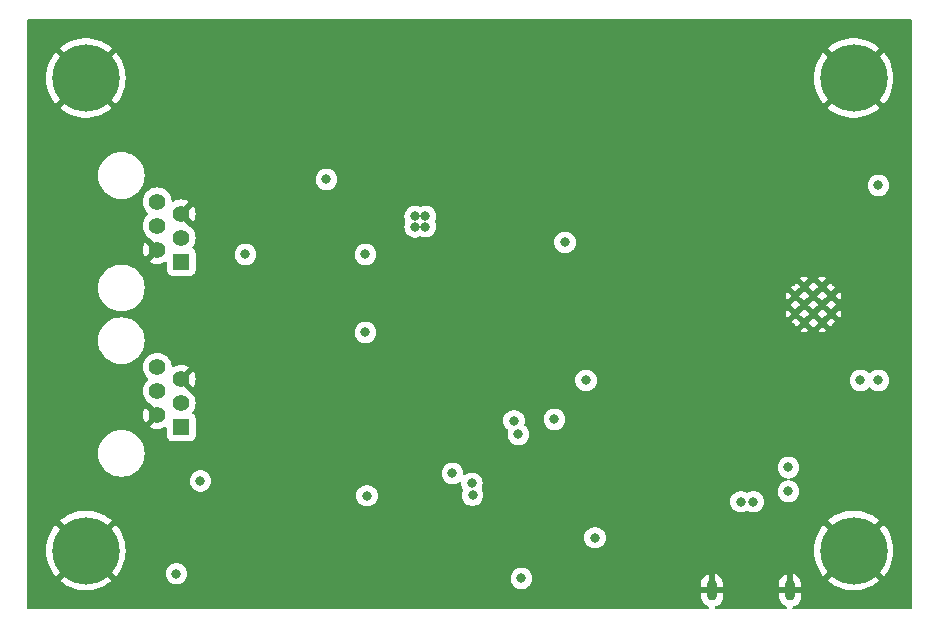
<source format=gbr>
G04 #@! TF.GenerationSoftware,KiCad,Pcbnew,7.0.2.1-36-g582732918d-dirty-deb11*
G04 #@! TF.CreationDate,2023-06-21T13:50:25+00:00*
G04 #@! TF.ProjectId,LocoBuffer,4c6f636f-4275-4666-9665-722e6b696361,rev?*
G04 #@! TF.SameCoordinates,Original*
G04 #@! TF.FileFunction,Copper,L2,Inr*
G04 #@! TF.FilePolarity,Positive*
%FSLAX46Y46*%
G04 Gerber Fmt 4.6, Leading zero omitted, Abs format (unit mm)*
G04 Created by KiCad (PCBNEW 7.0.2.1-36-g582732918d-dirty-deb11) date 2023-06-21 13:50:25*
%MOMM*%
%LPD*%
G01*
G04 APERTURE LIST*
G04 #@! TA.AperFunction,ComponentPad*
%ADD10R,1.398000X1.398000*%
G04 #@! TD*
G04 #@! TA.AperFunction,ComponentPad*
%ADD11C,1.398000*%
G04 #@! TD*
G04 #@! TA.AperFunction,ComponentPad*
%ADD12C,5.700000*%
G04 #@! TD*
G04 #@! TA.AperFunction,HeatsinkPad*
%ADD13C,0.600000*%
G04 #@! TD*
G04 #@! TA.AperFunction,ComponentPad*
%ADD14O,0.900000X1.800000*%
G04 #@! TD*
G04 #@! TA.AperFunction,ViaPad*
%ADD15C,0.800000*%
G04 #@! TD*
G04 APERTURE END LIST*
D10*
X43080000Y-90540000D03*
D11*
X41050000Y-89524000D03*
X43080000Y-88508000D03*
X41048000Y-87492000D03*
X43080000Y-86476000D03*
X41050000Y-85460000D03*
D10*
X43080000Y-104540000D03*
D11*
X41050000Y-103524000D03*
X43080000Y-102508000D03*
X41048000Y-101492000D03*
X43080000Y-100476000D03*
X41050000Y-99460000D03*
D12*
X35000000Y-75000000D03*
X35000000Y-115000000D03*
X100000000Y-115000000D03*
X100000000Y-75000000D03*
D13*
X97348500Y-92664000D03*
X95823500Y-92664000D03*
X98111000Y-93426500D03*
X96586000Y-93426500D03*
X95061000Y-93426500D03*
X97348500Y-94189000D03*
X95823500Y-94189000D03*
X98111000Y-94951500D03*
X96586000Y-94951500D03*
X95061000Y-94951500D03*
X97348500Y-95714000D03*
X95823500Y-95714000D03*
D14*
X88015000Y-118364000D03*
X94615000Y-118364000D03*
D15*
X75565000Y-88900000D03*
X78105000Y-113919000D03*
X48514000Y-89916000D03*
X44704000Y-109117500D03*
X63754000Y-86715600D03*
X71882000Y-117348000D03*
X62890400Y-86715600D03*
X102108000Y-84074000D03*
X62877700Y-87591900D03*
X55372000Y-83566000D03*
X63754000Y-87579200D03*
X66040000Y-108458000D03*
X100584000Y-100584000D03*
X58674000Y-89916000D03*
X42672000Y-116967000D03*
X91515000Y-110871000D03*
X67684279Y-109317676D03*
X90465000Y-110871000D03*
X67739296Y-110315663D03*
X74676000Y-103886000D03*
X77343000Y-100584000D03*
X102108000Y-100584000D03*
X58801000Y-110363000D03*
X58674000Y-96520000D03*
X71628000Y-105156000D03*
X94488000Y-109982000D03*
X71247000Y-104013000D03*
X94488000Y-107950000D03*
G04 #@! TA.AperFunction,Conductor*
G36*
X104916621Y-70045502D02*
G01*
X104963114Y-70099158D01*
X104974500Y-70151500D01*
X104974500Y-119848500D01*
X104954498Y-119916621D01*
X104900842Y-119963114D01*
X104848500Y-119974500D01*
X94942942Y-119974500D01*
X94874821Y-119954498D01*
X94828328Y-119900842D01*
X94818224Y-119830568D01*
X94847718Y-119765988D01*
X94899182Y-119730343D01*
X95039070Y-119678535D01*
X95039072Y-119678533D01*
X95204420Y-119575471D01*
X95204421Y-119575470D01*
X95345642Y-119441228D01*
X95456943Y-119281318D01*
X95533780Y-119102267D01*
X95573000Y-118911417D01*
X95573000Y-118618000D01*
X94865000Y-118618000D01*
X94865000Y-117989376D01*
X94850495Y-117916455D01*
X94795240Y-117833760D01*
X94712545Y-117778505D01*
X94615000Y-117759102D01*
X94517455Y-117778505D01*
X94434760Y-117833760D01*
X94379505Y-117916455D01*
X94365000Y-117989376D01*
X94365000Y-118618000D01*
X93657000Y-118618000D01*
X93657000Y-118862590D01*
X93671770Y-119007837D01*
X93730098Y-119193741D01*
X93824654Y-119364101D01*
X93951561Y-119511928D01*
X93951567Y-119511934D01*
X94105640Y-119631194D01*
X94280563Y-119716998D01*
X94280564Y-119716999D01*
X94317344Y-119726522D01*
X94378276Y-119762961D01*
X94409836Y-119826557D01*
X94402002Y-119897120D01*
X94357263Y-119952247D01*
X94289823Y-119974435D01*
X94285761Y-119974500D01*
X88342942Y-119974500D01*
X88274821Y-119954498D01*
X88228328Y-119900842D01*
X88218224Y-119830568D01*
X88247718Y-119765988D01*
X88299182Y-119730343D01*
X88439070Y-119678535D01*
X88439072Y-119678533D01*
X88604420Y-119575471D01*
X88604421Y-119575470D01*
X88745642Y-119441228D01*
X88856943Y-119281318D01*
X88933780Y-119102267D01*
X88973000Y-118911417D01*
X88973000Y-118618000D01*
X88265000Y-118618000D01*
X88265000Y-117989376D01*
X88250495Y-117916455D01*
X88195240Y-117833760D01*
X88112545Y-117778505D01*
X88015000Y-117759102D01*
X87917455Y-117778505D01*
X87834760Y-117833760D01*
X87779505Y-117916455D01*
X87765000Y-117989376D01*
X87765000Y-118618000D01*
X87057000Y-118618000D01*
X87057000Y-118862590D01*
X87071770Y-119007837D01*
X87130098Y-119193741D01*
X87224654Y-119364101D01*
X87351561Y-119511928D01*
X87351567Y-119511934D01*
X87505640Y-119631194D01*
X87680563Y-119716998D01*
X87680564Y-119716999D01*
X87717344Y-119726522D01*
X87778276Y-119762961D01*
X87809836Y-119826557D01*
X87802002Y-119897120D01*
X87757263Y-119952247D01*
X87689823Y-119974435D01*
X87685761Y-119974500D01*
X30151500Y-119974500D01*
X30083379Y-119954498D01*
X30036886Y-119900842D01*
X30025500Y-119848500D01*
X30025500Y-115000002D01*
X31637068Y-115000002D01*
X31656782Y-115363597D01*
X31715689Y-115722926D01*
X31813106Y-116073787D01*
X31947881Y-116412046D01*
X31947885Y-116412055D01*
X32118445Y-116733768D01*
X32118447Y-116733772D01*
X32322792Y-117035158D01*
X32322791Y-117035158D01*
X32452695Y-117188093D01*
X33699994Y-115940794D01*
X33701570Y-115943365D01*
X33865130Y-116134870D01*
X34056635Y-116298430D01*
X34059203Y-116300004D01*
X32809134Y-117550073D01*
X32822892Y-117563105D01*
X33112761Y-117783458D01*
X33112767Y-117783462D01*
X33424772Y-117971189D01*
X33424779Y-117971193D01*
X33755239Y-118124081D01*
X33755251Y-118124086D01*
X34100310Y-118240349D01*
X34100327Y-118240354D01*
X34455920Y-118318626D01*
X34455949Y-118318631D01*
X34817927Y-118357999D01*
X34817943Y-118358000D01*
X35182057Y-118358000D01*
X35182072Y-118357999D01*
X35544050Y-118318631D01*
X35544079Y-118318626D01*
X35899672Y-118240354D01*
X35899689Y-118240349D01*
X36244748Y-118124086D01*
X36244760Y-118124081D01*
X36575220Y-117971193D01*
X36575227Y-117971189D01*
X36887232Y-117783462D01*
X36887238Y-117783458D01*
X37177113Y-117563101D01*
X37190865Y-117550074D01*
X35940795Y-116300004D01*
X35943365Y-116298430D01*
X36134870Y-116134870D01*
X36298430Y-115943365D01*
X36300004Y-115940795D01*
X37547302Y-117188093D01*
X37547303Y-117188093D01*
X37677203Y-117035165D01*
X37677205Y-117035161D01*
X37723419Y-116967000D01*
X41758496Y-116967000D01*
X41778457Y-117156927D01*
X41788584Y-117188093D01*
X41837473Y-117338556D01*
X41837476Y-117338561D01*
X41932958Y-117503941D01*
X41932965Y-117503951D01*
X42060744Y-117645864D01*
X42060747Y-117645866D01*
X42215248Y-117758118D01*
X42389712Y-117835794D01*
X42576513Y-117875500D01*
X42767487Y-117875500D01*
X42954288Y-117835794D01*
X43128752Y-117758118D01*
X43283253Y-117645866D01*
X43301382Y-117625732D01*
X43411034Y-117503951D01*
X43411035Y-117503949D01*
X43411040Y-117503944D01*
X43501074Y-117348000D01*
X70968496Y-117348000D01*
X70988457Y-117537927D01*
X71016987Y-117625732D01*
X71047473Y-117719556D01*
X71047476Y-117719561D01*
X71142958Y-117884941D01*
X71142965Y-117884951D01*
X71270744Y-118026864D01*
X71270747Y-118026866D01*
X71425248Y-118139118D01*
X71599712Y-118216794D01*
X71786513Y-118256500D01*
X71977487Y-118256500D01*
X72164288Y-118216794D01*
X72338752Y-118139118D01*
X72378829Y-118110000D01*
X87057000Y-118110000D01*
X87761000Y-118110000D01*
X87761000Y-116990174D01*
X88269000Y-116990174D01*
X88269000Y-118110000D01*
X88973000Y-118110000D01*
X93657000Y-118110000D01*
X94361000Y-118110000D01*
X94361000Y-116990174D01*
X94869000Y-116990174D01*
X94869000Y-118110000D01*
X95573000Y-118110000D01*
X95573000Y-117865412D01*
X95572999Y-117865409D01*
X95558229Y-117720162D01*
X95499901Y-117534258D01*
X95405345Y-117363898D01*
X95278438Y-117216071D01*
X95278432Y-117216065D01*
X95124359Y-117096805D01*
X94949436Y-117011001D01*
X94949435Y-117011000D01*
X94869000Y-116990174D01*
X94361000Y-116990174D01*
X94361000Y-116986478D01*
X94190923Y-117049468D01*
X94025579Y-117152528D01*
X94025578Y-117152529D01*
X93884357Y-117286771D01*
X93773056Y-117446681D01*
X93696219Y-117625732D01*
X93657000Y-117816582D01*
X93657000Y-118110000D01*
X88973000Y-118110000D01*
X88973000Y-117865412D01*
X88972999Y-117865409D01*
X88958229Y-117720162D01*
X88899901Y-117534258D01*
X88805345Y-117363898D01*
X88678438Y-117216071D01*
X88678432Y-117216065D01*
X88524359Y-117096805D01*
X88349436Y-117011001D01*
X88349435Y-117011000D01*
X88269000Y-116990174D01*
X87761000Y-116990174D01*
X87761000Y-116986478D01*
X87590923Y-117049468D01*
X87425579Y-117152528D01*
X87425578Y-117152529D01*
X87284357Y-117286771D01*
X87173056Y-117446681D01*
X87096219Y-117625732D01*
X87057000Y-117816582D01*
X87057000Y-118110000D01*
X72378829Y-118110000D01*
X72493253Y-118026866D01*
X72543385Y-117971189D01*
X72621034Y-117884951D01*
X72621035Y-117884949D01*
X72621040Y-117884944D01*
X72716527Y-117719556D01*
X72775542Y-117537928D01*
X72795504Y-117348000D01*
X72775542Y-117158072D01*
X72716527Y-116976444D01*
X72621040Y-116811056D01*
X72621038Y-116811054D01*
X72621034Y-116811048D01*
X72493255Y-116669135D01*
X72338752Y-116556882D01*
X72164288Y-116479206D01*
X71977487Y-116439500D01*
X71786513Y-116439500D01*
X71599711Y-116479206D01*
X71425247Y-116556882D01*
X71270744Y-116669135D01*
X71142965Y-116811048D01*
X71142958Y-116811058D01*
X71047476Y-116976438D01*
X71047473Y-116976445D01*
X70988457Y-117158072D01*
X70968496Y-117348000D01*
X43501074Y-117348000D01*
X43506527Y-117338556D01*
X43565542Y-117156928D01*
X43585504Y-116967000D01*
X43565542Y-116777072D01*
X43506527Y-116595444D01*
X43411040Y-116430056D01*
X43411038Y-116430054D01*
X43411034Y-116430048D01*
X43283255Y-116288135D01*
X43128752Y-116175882D01*
X42954288Y-116098206D01*
X42767487Y-116058500D01*
X42576513Y-116058500D01*
X42389711Y-116098206D01*
X42215247Y-116175882D01*
X42060744Y-116288135D01*
X41932965Y-116430048D01*
X41932958Y-116430058D01*
X41837476Y-116595438D01*
X41837473Y-116595445D01*
X41778457Y-116777072D01*
X41758496Y-116967000D01*
X37723419Y-116967000D01*
X37881552Y-116733772D01*
X37881554Y-116733768D01*
X38052114Y-116412055D01*
X38052118Y-116412046D01*
X38186893Y-116073787D01*
X38284310Y-115722926D01*
X38343217Y-115363597D01*
X38362932Y-115000002D01*
X96637068Y-115000002D01*
X96656782Y-115363597D01*
X96715689Y-115722926D01*
X96813106Y-116073787D01*
X96947881Y-116412046D01*
X96947885Y-116412055D01*
X97118445Y-116733768D01*
X97118447Y-116733772D01*
X97322792Y-117035158D01*
X97322791Y-117035158D01*
X97452695Y-117188093D01*
X98699994Y-115940794D01*
X98701570Y-115943365D01*
X98865130Y-116134870D01*
X99056635Y-116298430D01*
X99059203Y-116300004D01*
X97809134Y-117550073D01*
X97822892Y-117563105D01*
X98112761Y-117783458D01*
X98112767Y-117783462D01*
X98424772Y-117971189D01*
X98424779Y-117971193D01*
X98755239Y-118124081D01*
X98755251Y-118124086D01*
X99100310Y-118240349D01*
X99100327Y-118240354D01*
X99455920Y-118318626D01*
X99455949Y-118318631D01*
X99817927Y-118357999D01*
X99817943Y-118358000D01*
X100182057Y-118358000D01*
X100182072Y-118357999D01*
X100544050Y-118318631D01*
X100544079Y-118318626D01*
X100899672Y-118240354D01*
X100899689Y-118240349D01*
X101244748Y-118124086D01*
X101244760Y-118124081D01*
X101575220Y-117971193D01*
X101575227Y-117971189D01*
X101887232Y-117783462D01*
X101887238Y-117783458D01*
X102177113Y-117563101D01*
X102190864Y-117550074D01*
X100940795Y-116300004D01*
X100943365Y-116298430D01*
X101134870Y-116134870D01*
X101298430Y-115943365D01*
X101300004Y-115940795D01*
X102547302Y-117188093D01*
X102547303Y-117188093D01*
X102677203Y-117035165D01*
X102677205Y-117035161D01*
X102881552Y-116733772D01*
X102881554Y-116733768D01*
X103052114Y-116412055D01*
X103052118Y-116412046D01*
X103186893Y-116073787D01*
X103284310Y-115722926D01*
X103343217Y-115363597D01*
X103362932Y-115000002D01*
X103362932Y-114999997D01*
X103343217Y-114636402D01*
X103284310Y-114277073D01*
X103186893Y-113926212D01*
X103052118Y-113587953D01*
X103052114Y-113587944D01*
X102881554Y-113266231D01*
X102881552Y-113266227D01*
X102677207Y-112964841D01*
X102677208Y-112964841D01*
X102547302Y-112811905D01*
X101300004Y-114059203D01*
X101298430Y-114056635D01*
X101134870Y-113865130D01*
X100943365Y-113701570D01*
X100940794Y-113699994D01*
X102190864Y-112449924D01*
X102177107Y-112436894D01*
X101887238Y-112216541D01*
X101887232Y-112216537D01*
X101575227Y-112028810D01*
X101575220Y-112028806D01*
X101244760Y-111875918D01*
X101244748Y-111875913D01*
X100899689Y-111759650D01*
X100899672Y-111759645D01*
X100544079Y-111681373D01*
X100544050Y-111681368D01*
X100182072Y-111642000D01*
X99817927Y-111642000D01*
X99455949Y-111681368D01*
X99455920Y-111681373D01*
X99100327Y-111759645D01*
X99100310Y-111759650D01*
X98755251Y-111875913D01*
X98755239Y-111875918D01*
X98424779Y-112028806D01*
X98424772Y-112028810D01*
X98112767Y-112216537D01*
X98112761Y-112216541D01*
X97822880Y-112436903D01*
X97822874Y-112436909D01*
X97809134Y-112449923D01*
X97809133Y-112449924D01*
X99059204Y-113699995D01*
X99056635Y-113701570D01*
X98865130Y-113865130D01*
X98701570Y-114056635D01*
X98699995Y-114059204D01*
X97452696Y-112811905D01*
X97322791Y-112964842D01*
X97118447Y-113266227D01*
X97118445Y-113266231D01*
X96947885Y-113587944D01*
X96947881Y-113587953D01*
X96813106Y-113926212D01*
X96715689Y-114277073D01*
X96656782Y-114636402D01*
X96637068Y-114999997D01*
X96637068Y-115000002D01*
X38362932Y-115000002D01*
X38362932Y-114999997D01*
X38343217Y-114636402D01*
X38284310Y-114277073D01*
X38186893Y-113926212D01*
X38184019Y-113918999D01*
X77191496Y-113918999D01*
X77211457Y-114108927D01*
X77241526Y-114201470D01*
X77270473Y-114290556D01*
X77270476Y-114290561D01*
X77365958Y-114455941D01*
X77365965Y-114455951D01*
X77493744Y-114597864D01*
X77493747Y-114597866D01*
X77648248Y-114710118D01*
X77822712Y-114787794D01*
X78009513Y-114827500D01*
X78200487Y-114827500D01*
X78387288Y-114787794D01*
X78561752Y-114710118D01*
X78716253Y-114597866D01*
X78844040Y-114455944D01*
X78939527Y-114290556D01*
X78998542Y-114108928D01*
X79018504Y-113919000D01*
X78998542Y-113729072D01*
X78939527Y-113547444D01*
X78844040Y-113382056D01*
X78844038Y-113382054D01*
X78844034Y-113382048D01*
X78716255Y-113240135D01*
X78561752Y-113127882D01*
X78387288Y-113050206D01*
X78200487Y-113010500D01*
X78009513Y-113010500D01*
X77822711Y-113050206D01*
X77648247Y-113127882D01*
X77493744Y-113240135D01*
X77365965Y-113382048D01*
X77365958Y-113382058D01*
X77270476Y-113547438D01*
X77270473Y-113547445D01*
X77211457Y-113729072D01*
X77191496Y-113918999D01*
X38184019Y-113918999D01*
X38052118Y-113587953D01*
X38052114Y-113587944D01*
X37881554Y-113266231D01*
X37881552Y-113266227D01*
X37677207Y-112964841D01*
X37677208Y-112964841D01*
X37547302Y-112811905D01*
X36300004Y-114059203D01*
X36298430Y-114056635D01*
X36134870Y-113865130D01*
X35943365Y-113701570D01*
X35940794Y-113699994D01*
X37190864Y-112449924D01*
X37177107Y-112436894D01*
X36887238Y-112216541D01*
X36887232Y-112216537D01*
X36575227Y-112028810D01*
X36575220Y-112028806D01*
X36244760Y-111875918D01*
X36244748Y-111875913D01*
X35899689Y-111759650D01*
X35899672Y-111759645D01*
X35544079Y-111681373D01*
X35544050Y-111681368D01*
X35182072Y-111642000D01*
X34817927Y-111642000D01*
X34455949Y-111681368D01*
X34455920Y-111681373D01*
X34100327Y-111759645D01*
X34100310Y-111759650D01*
X33755251Y-111875913D01*
X33755239Y-111875918D01*
X33424779Y-112028806D01*
X33424772Y-112028810D01*
X33112767Y-112216537D01*
X33112761Y-112216541D01*
X32822880Y-112436903D01*
X32822874Y-112436909D01*
X32809134Y-112449923D01*
X32809133Y-112449924D01*
X34059204Y-113699995D01*
X34056635Y-113701570D01*
X33865130Y-113865130D01*
X33701570Y-114056635D01*
X33699995Y-114059204D01*
X32452696Y-112811905D01*
X32322791Y-112964842D01*
X32118447Y-113266227D01*
X32118445Y-113266231D01*
X31947885Y-113587944D01*
X31947881Y-113587953D01*
X31813106Y-113926212D01*
X31715689Y-114277073D01*
X31656782Y-114636402D01*
X31637068Y-114999997D01*
X31637068Y-115000002D01*
X30025500Y-115000002D01*
X30025500Y-110363000D01*
X57887496Y-110363000D01*
X57907457Y-110552927D01*
X57937526Y-110645470D01*
X57966473Y-110734556D01*
X57966476Y-110734561D01*
X58061958Y-110899941D01*
X58061965Y-110899951D01*
X58189744Y-111041864D01*
X58189747Y-111041866D01*
X58344248Y-111154118D01*
X58518712Y-111231794D01*
X58705513Y-111271500D01*
X58896487Y-111271500D01*
X59083288Y-111231794D01*
X59257752Y-111154118D01*
X59412253Y-111041866D01*
X59412255Y-111041864D01*
X59540034Y-110899951D01*
X59540035Y-110899949D01*
X59540040Y-110899944D01*
X59635527Y-110734556D01*
X59694542Y-110552928D01*
X59714504Y-110363000D01*
X59694542Y-110173072D01*
X59635527Y-109991444D01*
X59540040Y-109826056D01*
X59540038Y-109826054D01*
X59540034Y-109826048D01*
X59412255Y-109684135D01*
X59257752Y-109571882D01*
X59083288Y-109494206D01*
X58896487Y-109454500D01*
X58705513Y-109454500D01*
X58518711Y-109494206D01*
X58344247Y-109571882D01*
X58189744Y-109684135D01*
X58061965Y-109826048D01*
X58061958Y-109826058D01*
X57966476Y-109991438D01*
X57966473Y-109991445D01*
X57907457Y-110173072D01*
X57887496Y-110363000D01*
X30025500Y-110363000D01*
X30025500Y-109117500D01*
X43790496Y-109117500D01*
X43810457Y-109307427D01*
X43816750Y-109326793D01*
X43869473Y-109489056D01*
X43869476Y-109489061D01*
X43964958Y-109654441D01*
X43964965Y-109654451D01*
X44092744Y-109796364D01*
X44133601Y-109826048D01*
X44247248Y-109908618D01*
X44421712Y-109986294D01*
X44608513Y-110026000D01*
X44799487Y-110026000D01*
X44986288Y-109986294D01*
X45160752Y-109908618D01*
X45315253Y-109796366D01*
X45315255Y-109796364D01*
X45443034Y-109654451D01*
X45443035Y-109654449D01*
X45443040Y-109654444D01*
X45538527Y-109489056D01*
X45597542Y-109307428D01*
X45617504Y-109117500D01*
X45597542Y-108927572D01*
X45538527Y-108745944D01*
X45443040Y-108580556D01*
X45443038Y-108580554D01*
X45443034Y-108580548D01*
X45332691Y-108458000D01*
X65126496Y-108458000D01*
X65146457Y-108647927D01*
X65170814Y-108722887D01*
X65205473Y-108829556D01*
X65205476Y-108829561D01*
X65300958Y-108994941D01*
X65300965Y-108994951D01*
X65428744Y-109136864D01*
X65428747Y-109136866D01*
X65583248Y-109249118D01*
X65757712Y-109326794D01*
X65944513Y-109366500D01*
X66135487Y-109366500D01*
X66322288Y-109326794D01*
X66496752Y-109249118D01*
X66572279Y-109194243D01*
X66639147Y-109170386D01*
X66708298Y-109186466D01*
X66757778Y-109237380D01*
X66771878Y-109306962D01*
X66771650Y-109309348D01*
X66770775Y-109317674D01*
X66790736Y-109507603D01*
X66811622Y-109571882D01*
X66849752Y-109689232D01*
X66849754Y-109689235D01*
X66849755Y-109689237D01*
X66914463Y-109801315D01*
X66931201Y-109870310D01*
X66914465Y-109927312D01*
X66904769Y-109944105D01*
X66904766Y-109944112D01*
X66845753Y-110125734D01*
X66825792Y-110315663D01*
X66845753Y-110505590D01*
X66861135Y-110552928D01*
X66904769Y-110687219D01*
X66904772Y-110687224D01*
X67000254Y-110852604D01*
X67000261Y-110852614D01*
X67128040Y-110994527D01*
X67128043Y-110994529D01*
X67282544Y-111106781D01*
X67457008Y-111184457D01*
X67643809Y-111224163D01*
X67834783Y-111224163D01*
X68021584Y-111184457D01*
X68196048Y-111106781D01*
X68350549Y-110994529D01*
X68350551Y-110994527D01*
X68461776Y-110870999D01*
X89551496Y-110870999D01*
X89571457Y-111060927D01*
X89601526Y-111153470D01*
X89630473Y-111242556D01*
X89630476Y-111242561D01*
X89725958Y-111407941D01*
X89725965Y-111407951D01*
X89853744Y-111549864D01*
X89853747Y-111549866D01*
X90008248Y-111662118D01*
X90182712Y-111739794D01*
X90369513Y-111779500D01*
X90560487Y-111779500D01*
X90747288Y-111739794D01*
X90921752Y-111662118D01*
X90921763Y-111662109D01*
X90926991Y-111659092D01*
X90995985Y-111642348D01*
X91053009Y-111659092D01*
X91058240Y-111662112D01*
X91058248Y-111662118D01*
X91232712Y-111739794D01*
X91419513Y-111779500D01*
X91610487Y-111779500D01*
X91797288Y-111739794D01*
X91971752Y-111662118D01*
X92126253Y-111549866D01*
X92254040Y-111407944D01*
X92349527Y-111242556D01*
X92408542Y-111060928D01*
X92428504Y-110871000D01*
X92408542Y-110681072D01*
X92349527Y-110499444D01*
X92254040Y-110334056D01*
X92254038Y-110334054D01*
X92254034Y-110334048D01*
X92126255Y-110192135D01*
X91971752Y-110079882D01*
X91797288Y-110002206D01*
X91702227Y-109982000D01*
X93574496Y-109982000D01*
X93594457Y-110171927D01*
X93624526Y-110264470D01*
X93653473Y-110353556D01*
X93653476Y-110353561D01*
X93748958Y-110518941D01*
X93748965Y-110518951D01*
X93876744Y-110660864D01*
X93937999Y-110705368D01*
X94031248Y-110773118D01*
X94205712Y-110850794D01*
X94392513Y-110890500D01*
X94583487Y-110890500D01*
X94770288Y-110850794D01*
X94944752Y-110773118D01*
X95099253Y-110660866D01*
X95227040Y-110518944D01*
X95322527Y-110353556D01*
X95381542Y-110171928D01*
X95401504Y-109982000D01*
X95381542Y-109792072D01*
X95322527Y-109610444D01*
X95227040Y-109445056D01*
X95227038Y-109445054D01*
X95227034Y-109445048D01*
X95099255Y-109303135D01*
X94944752Y-109190882D01*
X94770284Y-109113204D01*
X94657569Y-109089245D01*
X94595096Y-109055517D01*
X94560775Y-108993367D01*
X94565503Y-108922528D01*
X94607780Y-108865491D01*
X94657567Y-108842753D01*
X94770288Y-108818794D01*
X94944752Y-108741118D01*
X95099253Y-108628866D01*
X95142750Y-108580558D01*
X95227034Y-108486951D01*
X95227035Y-108486949D01*
X95227040Y-108486944D01*
X95322527Y-108321556D01*
X95381542Y-108139928D01*
X95401504Y-107950000D01*
X95381542Y-107760072D01*
X95322527Y-107578444D01*
X95227040Y-107413056D01*
X95227038Y-107413054D01*
X95227034Y-107413048D01*
X95099255Y-107271135D01*
X94944752Y-107158882D01*
X94770288Y-107081206D01*
X94583487Y-107041500D01*
X94392513Y-107041500D01*
X94205711Y-107081206D01*
X94031247Y-107158882D01*
X93876744Y-107271135D01*
X93748965Y-107413048D01*
X93748958Y-107413058D01*
X93653476Y-107578438D01*
X93653473Y-107578444D01*
X93651262Y-107585249D01*
X93594457Y-107760072D01*
X93574496Y-107949999D01*
X93594457Y-108139927D01*
X93616901Y-108209000D01*
X93653473Y-108321556D01*
X93653476Y-108321561D01*
X93748958Y-108486941D01*
X93748965Y-108486951D01*
X93876744Y-108628864D01*
X93890435Y-108638811D01*
X94031248Y-108741118D01*
X94205712Y-108818794D01*
X94318430Y-108842753D01*
X94380902Y-108876480D01*
X94415223Y-108938629D01*
X94410496Y-109009468D01*
X94368221Y-109066506D01*
X94318430Y-109089245D01*
X94205715Y-109113204D01*
X94031247Y-109190882D01*
X93876744Y-109303135D01*
X93748965Y-109445048D01*
X93748958Y-109445058D01*
X93653476Y-109610438D01*
X93653473Y-109610445D01*
X93594457Y-109792072D01*
X93574496Y-109982000D01*
X91702227Y-109982000D01*
X91610487Y-109962500D01*
X91419513Y-109962500D01*
X91232711Y-110002206D01*
X91058240Y-110079885D01*
X91052989Y-110082917D01*
X90983992Y-110099649D01*
X90927001Y-110082912D01*
X90921757Y-110079885D01*
X90921754Y-110079883D01*
X90921752Y-110079882D01*
X90747288Y-110002206D01*
X90560487Y-109962500D01*
X90369513Y-109962500D01*
X90182711Y-110002206D01*
X90008247Y-110079882D01*
X89853744Y-110192135D01*
X89725965Y-110334048D01*
X89725958Y-110334058D01*
X89630476Y-110499438D01*
X89630473Y-110499445D01*
X89571457Y-110681072D01*
X89551496Y-110870999D01*
X68461776Y-110870999D01*
X68478330Y-110852614D01*
X68478331Y-110852612D01*
X68478336Y-110852607D01*
X68573823Y-110687219D01*
X68632838Y-110505591D01*
X68652800Y-110315663D01*
X68632838Y-110125735D01*
X68573823Y-109944107D01*
X68509110Y-109832022D01*
X68492373Y-109763028D01*
X68509114Y-109706018D01*
X68518804Y-109689235D01*
X68518806Y-109689232D01*
X68577821Y-109507604D01*
X68597783Y-109317676D01*
X68577821Y-109127748D01*
X68518806Y-108946120D01*
X68423319Y-108780732D01*
X68423317Y-108780730D01*
X68423313Y-108780724D01*
X68295534Y-108638811D01*
X68141031Y-108526558D01*
X67966567Y-108448882D01*
X67779766Y-108409176D01*
X67588792Y-108409176D01*
X67401990Y-108448882D01*
X67227526Y-108526558D01*
X67151998Y-108581432D01*
X67085130Y-108605290D01*
X67015978Y-108589208D01*
X66966499Y-108538294D01*
X66952400Y-108468711D01*
X66952621Y-108466398D01*
X66953504Y-108458000D01*
X66933542Y-108268072D01*
X66874527Y-108086444D01*
X66779040Y-107921056D01*
X66779038Y-107921054D01*
X66779034Y-107921048D01*
X66651255Y-107779135D01*
X66496752Y-107666882D01*
X66322288Y-107589206D01*
X66135487Y-107549500D01*
X65944513Y-107549500D01*
X65757711Y-107589206D01*
X65583247Y-107666882D01*
X65428744Y-107779135D01*
X65300965Y-107921048D01*
X65300958Y-107921058D01*
X65205476Y-108086438D01*
X65205473Y-108086445D01*
X65146457Y-108268072D01*
X65126496Y-108458000D01*
X45332691Y-108458000D01*
X45315255Y-108438635D01*
X45160752Y-108326382D01*
X44986288Y-108248706D01*
X44799487Y-108209000D01*
X44608513Y-108209000D01*
X44421711Y-108248706D01*
X44247247Y-108326382D01*
X44092744Y-108438635D01*
X43964965Y-108580548D01*
X43964958Y-108580558D01*
X43869476Y-108745938D01*
X43869473Y-108745945D01*
X43810457Y-108927572D01*
X43790496Y-109117500D01*
X30025500Y-109117500D01*
X30025500Y-106762499D01*
X36019454Y-106762499D01*
X36039613Y-107044364D01*
X36099678Y-107320477D01*
X36099680Y-107320484D01*
X36134208Y-107413058D01*
X36198431Y-107585248D01*
X36198433Y-107585252D01*
X36333857Y-107833261D01*
X36503200Y-108059479D01*
X36503208Y-108059488D01*
X36703011Y-108259291D01*
X36703020Y-108259299D01*
X36786193Y-108321561D01*
X36929236Y-108428641D01*
X36983001Y-108457999D01*
X37130049Y-108538294D01*
X37177251Y-108564068D01*
X37442016Y-108662820D01*
X37718139Y-108722887D01*
X37929447Y-108738000D01*
X37929453Y-108738000D01*
X38070547Y-108738000D01*
X38070553Y-108738000D01*
X38281861Y-108722887D01*
X38557984Y-108662820D01*
X38822749Y-108564068D01*
X39070764Y-108428641D01*
X39296982Y-108259297D01*
X39496797Y-108059482D01*
X39666141Y-107833264D01*
X39801568Y-107585249D01*
X39900320Y-107320484D01*
X39960387Y-107044361D01*
X39980546Y-106762500D01*
X39960387Y-106480639D01*
X39900320Y-106204516D01*
X39801568Y-105939751D01*
X39666141Y-105691736D01*
X39543238Y-105527556D01*
X39496799Y-105465520D01*
X39496791Y-105465511D01*
X39296988Y-105265708D01*
X39296979Y-105265700D01*
X39070761Y-105096357D01*
X38822752Y-104960933D01*
X38822748Y-104960931D01*
X38688634Y-104910909D01*
X38557984Y-104862180D01*
X38557980Y-104862179D01*
X38557977Y-104862178D01*
X38281863Y-104802113D01*
X38281864Y-104802113D01*
X38211424Y-104797075D01*
X38070553Y-104787000D01*
X37929447Y-104787000D01*
X37802662Y-104796067D01*
X37718135Y-104802113D01*
X37442022Y-104862178D01*
X37442017Y-104862179D01*
X37442016Y-104862180D01*
X37391141Y-104881155D01*
X37177251Y-104960931D01*
X37177247Y-104960933D01*
X36929238Y-105096357D01*
X36703020Y-105265700D01*
X36703011Y-105265708D01*
X36503208Y-105465511D01*
X36503200Y-105465520D01*
X36333857Y-105691738D01*
X36198433Y-105939747D01*
X36198431Y-105939751D01*
X36099678Y-106204522D01*
X36039613Y-106480635D01*
X36019454Y-106762499D01*
X30025500Y-106762499D01*
X30025500Y-101491999D01*
X39835888Y-101491999D01*
X39854303Y-101702484D01*
X39908986Y-101906565D01*
X39908988Y-101906569D01*
X39998281Y-102098059D01*
X40119461Y-102271122D01*
X40119465Y-102271127D01*
X40119468Y-102271131D01*
X40268869Y-102420532D01*
X40382837Y-102500333D01*
X40399655Y-102514445D01*
X40971079Y-103085869D01*
X40917353Y-103093967D01*
X40796491Y-103152171D01*
X40698156Y-103243413D01*
X40631083Y-103359587D01*
X40611625Y-103444834D01*
X40035419Y-102868628D01*
X40035418Y-102868628D01*
X40000717Y-102918188D01*
X39911459Y-103109602D01*
X39911457Y-103109606D01*
X39856796Y-103313607D01*
X39838389Y-103523999D01*
X39856796Y-103734392D01*
X39911457Y-103938393D01*
X39911459Y-103938398D01*
X40000715Y-104129809D01*
X40035417Y-104179369D01*
X40035418Y-104179369D01*
X40609820Y-103604968D01*
X40611257Y-103624140D01*
X40660266Y-103749013D01*
X40743905Y-103853892D01*
X40854741Y-103929459D01*
X40968620Y-103964586D01*
X40394629Y-104538578D01*
X40394629Y-104538579D01*
X40444198Y-104573288D01*
X40635601Y-104662540D01*
X40635606Y-104662542D01*
X40839607Y-104717203D01*
X41049999Y-104735610D01*
X41260392Y-104717203D01*
X41464393Y-104662542D01*
X41464398Y-104662540D01*
X41655808Y-104573284D01*
X41674226Y-104560388D01*
X41741499Y-104537698D01*
X41810360Y-104554981D01*
X41858945Y-104606750D01*
X41872499Y-104663599D01*
X41872499Y-105287632D01*
X41872500Y-105287649D01*
X41879009Y-105348196D01*
X41879011Y-105348204D01*
X41930110Y-105485202D01*
X41930112Y-105485207D01*
X42017738Y-105602261D01*
X42134792Y-105689887D01*
X42134794Y-105689888D01*
X42134796Y-105689889D01*
X42193875Y-105711924D01*
X42271795Y-105740988D01*
X42271803Y-105740990D01*
X42332350Y-105747499D01*
X42332355Y-105747499D01*
X42332362Y-105747500D01*
X42332368Y-105747500D01*
X43827632Y-105747500D01*
X43827638Y-105747500D01*
X43827645Y-105747499D01*
X43827649Y-105747499D01*
X43888196Y-105740990D01*
X43888199Y-105740989D01*
X43888201Y-105740989D01*
X44025204Y-105689889D01*
X44142261Y-105602261D01*
X44229889Y-105485204D01*
X44280989Y-105348201D01*
X44281234Y-105345928D01*
X44287499Y-105287649D01*
X44287500Y-105287632D01*
X44287500Y-104013000D01*
X70333496Y-104013000D01*
X70353457Y-104202927D01*
X70371207Y-104257554D01*
X70412473Y-104384556D01*
X70412476Y-104384561D01*
X70507958Y-104549941D01*
X70507965Y-104549951D01*
X70635744Y-104691864D01*
X70713624Y-104748447D01*
X70756978Y-104804669D01*
X70763053Y-104875405D01*
X70759396Y-104889319D01*
X70734457Y-104966071D01*
X70714496Y-105155999D01*
X70734457Y-105345927D01*
X70764526Y-105438470D01*
X70793473Y-105527556D01*
X70793476Y-105527561D01*
X70888958Y-105692941D01*
X70888965Y-105692951D01*
X71016744Y-105834864D01*
X71016747Y-105834866D01*
X71171248Y-105947118D01*
X71345712Y-106024794D01*
X71532513Y-106064500D01*
X71723487Y-106064500D01*
X71910288Y-106024794D01*
X72084752Y-105947118D01*
X72239253Y-105834866D01*
X72317919Y-105747499D01*
X72367034Y-105692951D01*
X72367035Y-105692949D01*
X72367040Y-105692944D01*
X72462527Y-105527556D01*
X72521542Y-105345928D01*
X72541504Y-105156000D01*
X72521542Y-104966072D01*
X72462527Y-104784444D01*
X72367040Y-104619056D01*
X72367038Y-104619054D01*
X72367034Y-104619048D01*
X72239255Y-104477135D01*
X72161375Y-104420552D01*
X72118021Y-104364330D01*
X72111946Y-104293593D01*
X72115604Y-104279678D01*
X72140540Y-104202936D01*
X72140542Y-104202926D01*
X72148227Y-104129809D01*
X72160504Y-104013000D01*
X72147156Y-103886000D01*
X73762496Y-103886000D01*
X73782457Y-104075927D01*
X73799965Y-104129809D01*
X73841473Y-104257556D01*
X73841476Y-104257561D01*
X73936958Y-104422941D01*
X73936965Y-104422951D01*
X74064744Y-104564864D01*
X74064747Y-104564866D01*
X74219248Y-104677118D01*
X74393712Y-104754794D01*
X74580513Y-104794500D01*
X74771487Y-104794500D01*
X74958288Y-104754794D01*
X75132752Y-104677118D01*
X75287253Y-104564866D01*
X75291285Y-104560388D01*
X75415034Y-104422951D01*
X75415035Y-104422949D01*
X75415040Y-104422944D01*
X75510527Y-104257556D01*
X75569542Y-104075928D01*
X75589504Y-103886000D01*
X75569542Y-103696072D01*
X75510527Y-103514444D01*
X75415040Y-103349056D01*
X75415038Y-103349054D01*
X75415034Y-103349048D01*
X75287255Y-103207135D01*
X75132752Y-103094882D01*
X74958288Y-103017206D01*
X74771487Y-102977500D01*
X74580513Y-102977500D01*
X74393711Y-103017206D01*
X74219247Y-103094882D01*
X74064744Y-103207135D01*
X73936965Y-103349048D01*
X73936958Y-103349058D01*
X73841476Y-103514438D01*
X73841473Y-103514444D01*
X73827441Y-103557630D01*
X73782457Y-103696072D01*
X73762496Y-103886000D01*
X72147156Y-103886000D01*
X72140542Y-103823072D01*
X72081527Y-103641444D01*
X71986040Y-103476056D01*
X71986038Y-103476054D01*
X71986034Y-103476048D01*
X71858255Y-103334135D01*
X71703752Y-103221882D01*
X71529288Y-103144206D01*
X71342487Y-103104500D01*
X71151513Y-103104500D01*
X70964711Y-103144206D01*
X70790247Y-103221882D01*
X70635744Y-103334135D01*
X70507965Y-103476048D01*
X70507958Y-103476058D01*
X70412476Y-103641438D01*
X70412473Y-103641445D01*
X70353457Y-103823072D01*
X70333496Y-104013000D01*
X44287500Y-104013000D01*
X44287500Y-103792367D01*
X44287499Y-103792350D01*
X44280990Y-103731803D01*
X44280988Y-103731795D01*
X44229889Y-103594797D01*
X44229887Y-103594792D01*
X44142261Y-103477738D01*
X44064673Y-103419657D01*
X44022126Y-103362821D01*
X44017061Y-103292006D01*
X44036969Y-103246518D01*
X44129720Y-103114056D01*
X44219013Y-102922567D01*
X44273697Y-102718481D01*
X44292112Y-102508000D01*
X44273697Y-102297519D01*
X44219013Y-102093433D01*
X44129720Y-101901944D01*
X44129719Y-101901943D01*
X44129718Y-101901940D01*
X44008538Y-101728877D01*
X44008535Y-101728873D01*
X44008532Y-101728869D01*
X43859131Y-101579468D01*
X43859127Y-101579465D01*
X43751836Y-101504339D01*
X43735012Y-101490221D01*
X43158921Y-100914130D01*
X43212647Y-100906033D01*
X43333509Y-100847829D01*
X43431844Y-100756587D01*
X43498917Y-100640413D01*
X43518374Y-100555165D01*
X44094578Y-101131369D01*
X44094580Y-101131369D01*
X44129285Y-101081806D01*
X44129286Y-101081805D01*
X44218540Y-100890398D01*
X44218542Y-100890393D01*
X44273203Y-100686392D01*
X44282161Y-100584000D01*
X76429496Y-100584000D01*
X76449457Y-100773927D01*
X76473470Y-100847829D01*
X76508473Y-100955556D01*
X76508476Y-100955561D01*
X76603958Y-101120941D01*
X76603965Y-101120951D01*
X76731744Y-101262864D01*
X76777198Y-101295888D01*
X76886248Y-101375118D01*
X77060712Y-101452794D01*
X77247513Y-101492500D01*
X77438487Y-101492500D01*
X77625288Y-101452794D01*
X77799752Y-101375118D01*
X77954253Y-101262866D01*
X78011364Y-101199438D01*
X78082034Y-101120951D01*
X78082035Y-101120949D01*
X78082040Y-101120944D01*
X78177527Y-100955556D01*
X78236542Y-100773928D01*
X78256504Y-100584000D01*
X78256504Y-100583999D01*
X99670496Y-100583999D01*
X99690457Y-100773927D01*
X99714470Y-100847829D01*
X99749473Y-100955556D01*
X99749476Y-100955561D01*
X99844958Y-101120941D01*
X99844965Y-101120951D01*
X99972744Y-101262864D01*
X100018198Y-101295888D01*
X100127248Y-101375118D01*
X100301712Y-101452794D01*
X100488513Y-101492500D01*
X100679487Y-101492500D01*
X100866288Y-101452794D01*
X101040752Y-101375118D01*
X101195253Y-101262866D01*
X101252364Y-101199436D01*
X101312809Y-101162198D01*
X101383793Y-101163549D01*
X101439635Y-101199436D01*
X101496747Y-101262866D01*
X101651248Y-101375118D01*
X101825712Y-101452794D01*
X102012513Y-101492500D01*
X102203487Y-101492500D01*
X102390288Y-101452794D01*
X102564752Y-101375118D01*
X102719253Y-101262866D01*
X102776364Y-101199438D01*
X102847034Y-101120951D01*
X102847035Y-101120949D01*
X102847040Y-101120944D01*
X102942527Y-100955556D01*
X103001542Y-100773928D01*
X103021504Y-100584000D01*
X103001542Y-100394072D01*
X102942527Y-100212444D01*
X102847040Y-100047056D01*
X102847038Y-100047054D01*
X102847034Y-100047048D01*
X102719255Y-99905135D01*
X102564752Y-99792882D01*
X102390288Y-99715206D01*
X102203487Y-99675500D01*
X102012513Y-99675500D01*
X101825711Y-99715206D01*
X101651247Y-99792882D01*
X101496744Y-99905135D01*
X101439636Y-99968561D01*
X101379190Y-100005801D01*
X101308207Y-100004449D01*
X101252364Y-99968561D01*
X101195255Y-99905135D01*
X101040752Y-99792882D01*
X100866288Y-99715206D01*
X100679487Y-99675500D01*
X100488513Y-99675500D01*
X100301711Y-99715206D01*
X100127247Y-99792882D01*
X99972744Y-99905135D01*
X99844965Y-100047048D01*
X99844958Y-100047058D01*
X99749476Y-100212438D01*
X99749473Y-100212445D01*
X99690457Y-100394072D01*
X99670496Y-100583999D01*
X78256504Y-100583999D01*
X78236542Y-100394072D01*
X78177527Y-100212444D01*
X78082040Y-100047056D01*
X78082038Y-100047054D01*
X78082034Y-100047048D01*
X77954255Y-99905135D01*
X77799752Y-99792882D01*
X77625288Y-99715206D01*
X77438487Y-99675500D01*
X77247513Y-99675500D01*
X77060711Y-99715206D01*
X76886247Y-99792882D01*
X76731744Y-99905135D01*
X76603965Y-100047048D01*
X76603958Y-100047058D01*
X76508476Y-100212438D01*
X76508473Y-100212445D01*
X76449457Y-100394072D01*
X76429496Y-100584000D01*
X44282161Y-100584000D01*
X44291610Y-100476000D01*
X44273203Y-100265607D01*
X44218542Y-100061606D01*
X44218540Y-100061601D01*
X44129285Y-99870194D01*
X44094579Y-99820629D01*
X43520179Y-100395029D01*
X43518743Y-100375860D01*
X43469734Y-100250987D01*
X43386095Y-100146108D01*
X43275259Y-100070541D01*
X43161376Y-100035412D01*
X43735369Y-99461418D01*
X43735369Y-99461417D01*
X43685809Y-99426715D01*
X43494398Y-99337459D01*
X43494393Y-99337457D01*
X43290392Y-99282796D01*
X43080000Y-99264389D01*
X42869607Y-99282796D01*
X42665606Y-99337457D01*
X42665601Y-99337459D01*
X42474193Y-99426714D01*
X42450377Y-99443390D01*
X42383102Y-99466076D01*
X42314242Y-99448789D01*
X42265659Y-99397018D01*
X42252589Y-99351162D01*
X42243697Y-99249519D01*
X42189013Y-99045433D01*
X42099720Y-98853944D01*
X42099719Y-98853943D01*
X42099718Y-98853940D01*
X41978538Y-98680877D01*
X41978535Y-98680873D01*
X41978532Y-98680869D01*
X41829131Y-98531468D01*
X41829127Y-98531465D01*
X41829122Y-98531461D01*
X41656059Y-98410281D01*
X41464569Y-98320988D01*
X41464565Y-98320986D01*
X41260484Y-98266303D01*
X41050000Y-98247888D01*
X40839515Y-98266303D01*
X40635434Y-98320986D01*
X40635430Y-98320988D01*
X40443940Y-98410281D01*
X40270877Y-98531461D01*
X40270866Y-98531470D01*
X40121470Y-98680866D01*
X40121461Y-98680877D01*
X40000281Y-98853940D01*
X39910988Y-99045430D01*
X39910986Y-99045434D01*
X39856303Y-99249515D01*
X39837888Y-99460000D01*
X39856303Y-99670484D01*
X39910986Y-99874565D01*
X39910988Y-99874569D01*
X40000281Y-100066059D01*
X40121461Y-100239122D01*
X40121470Y-100239133D01*
X40268241Y-100385904D01*
X40302267Y-100448216D01*
X40297202Y-100519031D01*
X40268242Y-100564094D01*
X40119465Y-100712872D01*
X40119461Y-100712877D01*
X39998281Y-100885940D01*
X39908988Y-101077430D01*
X39908986Y-101077434D01*
X39854303Y-101281515D01*
X39835888Y-101491999D01*
X30025500Y-101491999D01*
X30025500Y-97237500D01*
X36019454Y-97237500D01*
X36039613Y-97519364D01*
X36099678Y-97795477D01*
X36099680Y-97795484D01*
X36148409Y-97926134D01*
X36198431Y-98060248D01*
X36198433Y-98060252D01*
X36333857Y-98308261D01*
X36503200Y-98534479D01*
X36503208Y-98534488D01*
X36703011Y-98734291D01*
X36703020Y-98734299D01*
X36816767Y-98819448D01*
X36929236Y-98903641D01*
X37177251Y-99039068D01*
X37442016Y-99137820D01*
X37718139Y-99197887D01*
X37929447Y-99213000D01*
X37929453Y-99213000D01*
X38070547Y-99213000D01*
X38070553Y-99213000D01*
X38281861Y-99197887D01*
X38557984Y-99137820D01*
X38822749Y-99039068D01*
X39070764Y-98903641D01*
X39296982Y-98734297D01*
X39496797Y-98534482D01*
X39666141Y-98308264D01*
X39801568Y-98060249D01*
X39900320Y-97795484D01*
X39960387Y-97519361D01*
X39980546Y-97237500D01*
X39960387Y-96955639D01*
X39900320Y-96679516D01*
X39840824Y-96520000D01*
X57760496Y-96520000D01*
X57762593Y-96539961D01*
X57780457Y-96709927D01*
X57810526Y-96802470D01*
X57839473Y-96891556D01*
X57839476Y-96891561D01*
X57934958Y-97056941D01*
X57934965Y-97056951D01*
X58062744Y-97198864D01*
X58062747Y-97198866D01*
X58217248Y-97311118D01*
X58391712Y-97388794D01*
X58578513Y-97428500D01*
X58769487Y-97428500D01*
X58956288Y-97388794D01*
X59130752Y-97311118D01*
X59285253Y-97198866D01*
X59413040Y-97056944D01*
X59508527Y-96891556D01*
X59567542Y-96709928D01*
X59587504Y-96520000D01*
X59578954Y-96438647D01*
X95458063Y-96438647D01*
X95470700Y-96446587D01*
X95470701Y-96446588D01*
X95642562Y-96506726D01*
X95642570Y-96506727D01*
X95823500Y-96527112D01*
X96004429Y-96506727D01*
X96004437Y-96506726D01*
X96176299Y-96446588D01*
X96188935Y-96438647D01*
X96983063Y-96438647D01*
X96995700Y-96446587D01*
X96995701Y-96446588D01*
X97167562Y-96506726D01*
X97167570Y-96506727D01*
X97348500Y-96527112D01*
X97529429Y-96506727D01*
X97529437Y-96506726D01*
X97701299Y-96446588D01*
X97713935Y-96438647D01*
X97713936Y-96438646D01*
X97348500Y-96073210D01*
X97348499Y-96073210D01*
X96983063Y-96438645D01*
X96983063Y-96438647D01*
X96188935Y-96438647D01*
X96188936Y-96438646D01*
X95823500Y-96073210D01*
X95823499Y-96073210D01*
X95458063Y-96438645D01*
X95458063Y-96438647D01*
X59578954Y-96438647D01*
X59567542Y-96330072D01*
X59508527Y-96148444D01*
X59413040Y-95983056D01*
X59413038Y-95983054D01*
X59413034Y-95983048D01*
X59285255Y-95841135D01*
X59130752Y-95728882D01*
X59012307Y-95676147D01*
X94695563Y-95676147D01*
X94708200Y-95684087D01*
X94708201Y-95684088D01*
X94880063Y-95744226D01*
X94880072Y-95744228D01*
X94915659Y-95748237D01*
X94981112Y-95775739D01*
X95021307Y-95834262D01*
X95026762Y-95859338D01*
X95030772Y-95894929D01*
X95030773Y-95894936D01*
X95090911Y-96066797D01*
X95098852Y-96079435D01*
X95431796Y-95746492D01*
X95723500Y-95746492D01*
X95761697Y-95799065D01*
X95807662Y-95814000D01*
X95839338Y-95814000D01*
X95885303Y-95799065D01*
X95923500Y-95746492D01*
X95923500Y-95714000D01*
X96182710Y-95714000D01*
X96548145Y-96079435D01*
X96571897Y-96076760D01*
X96600114Y-96076761D01*
X96623851Y-96079436D01*
X96956796Y-95746492D01*
X97248500Y-95746492D01*
X97286697Y-95799065D01*
X97332662Y-95814000D01*
X97364338Y-95814000D01*
X97410303Y-95799065D01*
X97448500Y-95746492D01*
X97448500Y-95714000D01*
X97707710Y-95714000D01*
X98073146Y-96079436D01*
X98073147Y-96079435D01*
X98081088Y-96066798D01*
X98081089Y-96066797D01*
X98141225Y-95894939D01*
X98141228Y-95894927D01*
X98145237Y-95859340D01*
X98172739Y-95793887D01*
X98231262Y-95753692D01*
X98256340Y-95748237D01*
X98291927Y-95744228D01*
X98291939Y-95744225D01*
X98463797Y-95684089D01*
X98463798Y-95684088D01*
X98476435Y-95676147D01*
X98476436Y-95676146D01*
X98111000Y-95310710D01*
X98066922Y-95354789D01*
X97707710Y-95714000D01*
X97448500Y-95714000D01*
X97448500Y-95681508D01*
X97410303Y-95628935D01*
X97364338Y-95614000D01*
X97332662Y-95614000D01*
X97286697Y-95628935D01*
X97248500Y-95681508D01*
X97248500Y-95746492D01*
X96956796Y-95746492D01*
X96989288Y-95714000D01*
X96630078Y-95354790D01*
X96586000Y-95310710D01*
X96541922Y-95354789D01*
X96182710Y-95714000D01*
X95923500Y-95714000D01*
X95923500Y-95681508D01*
X95885303Y-95628935D01*
X95839338Y-95614000D01*
X95807662Y-95614000D01*
X95761697Y-95628935D01*
X95723500Y-95681508D01*
X95723500Y-95746492D01*
X95431796Y-95746492D01*
X95464288Y-95714000D01*
X95105078Y-95354790D01*
X95060999Y-95310710D01*
X94695563Y-95676146D01*
X94695563Y-95676147D01*
X59012307Y-95676147D01*
X58956288Y-95651206D01*
X58769487Y-95611500D01*
X58578513Y-95611500D01*
X58391711Y-95651206D01*
X58217247Y-95728882D01*
X58062744Y-95841135D01*
X57934965Y-95983048D01*
X57934958Y-95983058D01*
X57839476Y-96148438D01*
X57839473Y-96148445D01*
X57780457Y-96330072D01*
X57761891Y-96506726D01*
X57760496Y-96520000D01*
X39840824Y-96520000D01*
X39801568Y-96414751D01*
X39666141Y-96166736D01*
X39528642Y-95983058D01*
X39496799Y-95940520D01*
X39496791Y-95940511D01*
X39296988Y-95740708D01*
X39296979Y-95740700D01*
X39070761Y-95571357D01*
X38822752Y-95435933D01*
X38822748Y-95435931D01*
X38688634Y-95385909D01*
X38557984Y-95337180D01*
X38557980Y-95337179D01*
X38557977Y-95337178D01*
X38281863Y-95277113D01*
X38281864Y-95277113D01*
X38211424Y-95272075D01*
X38070553Y-95262000D01*
X37929447Y-95262000D01*
X37802662Y-95271067D01*
X37718135Y-95277113D01*
X37442022Y-95337178D01*
X37442017Y-95337179D01*
X37442016Y-95337180D01*
X37394807Y-95354788D01*
X37177251Y-95435931D01*
X37177247Y-95435933D01*
X36929238Y-95571357D01*
X36703020Y-95740700D01*
X36703011Y-95740708D01*
X36503208Y-95940511D01*
X36503200Y-95940520D01*
X36333857Y-96166738D01*
X36198433Y-96414747D01*
X36198431Y-96414751D01*
X36099678Y-96679522D01*
X36039613Y-96955635D01*
X36019454Y-97237500D01*
X30025500Y-97237500D01*
X30025500Y-94951500D01*
X94247887Y-94951500D01*
X94268272Y-95132429D01*
X94268273Y-95132436D01*
X94328411Y-95304297D01*
X94336352Y-95316935D01*
X94669295Y-94983992D01*
X94961000Y-94983992D01*
X94999197Y-95036565D01*
X95045162Y-95051500D01*
X95076838Y-95051500D01*
X95122803Y-95036565D01*
X95161000Y-94983992D01*
X95161000Y-94951499D01*
X95420210Y-94951499D01*
X95583070Y-95114359D01*
X95583085Y-95114373D01*
X95823500Y-95354788D01*
X96063916Y-95114373D01*
X96194296Y-94983992D01*
X96486000Y-94983992D01*
X96524197Y-95036565D01*
X96570162Y-95051500D01*
X96601838Y-95051500D01*
X96647803Y-95036565D01*
X96686000Y-94983992D01*
X96686000Y-94951500D01*
X96945210Y-94951500D01*
X97348499Y-95354789D01*
X97588916Y-95114373D01*
X97719298Y-94983992D01*
X98011000Y-94983992D01*
X98049197Y-95036565D01*
X98095162Y-95051500D01*
X98126838Y-95051500D01*
X98172803Y-95036565D01*
X98211000Y-94983992D01*
X98211000Y-94951499D01*
X98470209Y-94951499D01*
X98835646Y-95316936D01*
X98835647Y-95316935D01*
X98843588Y-95304299D01*
X98903726Y-95132437D01*
X98903727Y-95132429D01*
X98924112Y-94951499D01*
X98903727Y-94770570D01*
X98903726Y-94770562D01*
X98843588Y-94598701D01*
X98843587Y-94598700D01*
X98835647Y-94586063D01*
X98835645Y-94586063D01*
X98470209Y-94951499D01*
X98211000Y-94951499D01*
X98211000Y-94919008D01*
X98172803Y-94866435D01*
X98126838Y-94851500D01*
X98095162Y-94851500D01*
X98049197Y-94866435D01*
X98011000Y-94919008D01*
X98011000Y-94983992D01*
X97719298Y-94983992D01*
X97751789Y-94951501D01*
X97751789Y-94951500D01*
X97392578Y-94592290D01*
X97348500Y-94548210D01*
X97304422Y-94592289D01*
X96945210Y-94951500D01*
X96686000Y-94951500D01*
X96686000Y-94919008D01*
X96647803Y-94866435D01*
X96601838Y-94851500D01*
X96570162Y-94851500D01*
X96524197Y-94866435D01*
X96486000Y-94919008D01*
X96486000Y-94983992D01*
X96194296Y-94983992D01*
X96226788Y-94951500D01*
X95867578Y-94592290D01*
X95823500Y-94548210D01*
X95779422Y-94592289D01*
X95420210Y-94951499D01*
X95161000Y-94951499D01*
X95161000Y-94919008D01*
X95122803Y-94866435D01*
X95076838Y-94851500D01*
X95045162Y-94851500D01*
X94999197Y-94866435D01*
X94961000Y-94919008D01*
X94961000Y-94983992D01*
X94669295Y-94983992D01*
X94701788Y-94951499D01*
X94336351Y-94586063D01*
X94328410Y-94598703D01*
X94268273Y-94770562D01*
X94268272Y-94770570D01*
X94247887Y-94951500D01*
X30025500Y-94951500D01*
X30025500Y-92762499D01*
X36019454Y-92762499D01*
X36039613Y-93044364D01*
X36083383Y-93245570D01*
X36099680Y-93320484D01*
X36139222Y-93426500D01*
X36198431Y-93585248D01*
X36198432Y-93585249D01*
X36333857Y-93833261D01*
X36503200Y-94059479D01*
X36503208Y-94059488D01*
X36703011Y-94259291D01*
X36703017Y-94259296D01*
X36703018Y-94259297D01*
X36929236Y-94428641D01*
X37177251Y-94564068D01*
X37442016Y-94662820D01*
X37718139Y-94722887D01*
X37929447Y-94738000D01*
X37929453Y-94738000D01*
X38070547Y-94738000D01*
X38070553Y-94738000D01*
X38281861Y-94722887D01*
X38557984Y-94662820D01*
X38822749Y-94564068D01*
X39070764Y-94428641D01*
X39296982Y-94259297D01*
X39329428Y-94226851D01*
X94695562Y-94226851D01*
X95060999Y-94592289D01*
X95393992Y-94259297D01*
X95431797Y-94221492D01*
X95723500Y-94221492D01*
X95761697Y-94274065D01*
X95807662Y-94289000D01*
X95839338Y-94289000D01*
X95885303Y-94274065D01*
X95923500Y-94221492D01*
X95923500Y-94189000D01*
X96182710Y-94189000D01*
X96252994Y-94259283D01*
X96253009Y-94259297D01*
X96586000Y-94592288D01*
X96918992Y-94259296D01*
X96956795Y-94221492D01*
X97248500Y-94221492D01*
X97286697Y-94274065D01*
X97332662Y-94289000D01*
X97364338Y-94289000D01*
X97410303Y-94274065D01*
X97448500Y-94221492D01*
X97448500Y-94189000D01*
X97707709Y-94189000D01*
X97777994Y-94259283D01*
X97778009Y-94259297D01*
X98111000Y-94592288D01*
X98476436Y-94226851D01*
X98473761Y-94203114D01*
X98473760Y-94174897D01*
X98476435Y-94151146D01*
X98111000Y-93785710D01*
X98066922Y-93829789D01*
X97707709Y-94189000D01*
X97448500Y-94189000D01*
X97448500Y-94156508D01*
X97410303Y-94103935D01*
X97364338Y-94089000D01*
X97332662Y-94089000D01*
X97286697Y-94103935D01*
X97248500Y-94156508D01*
X97248500Y-94221492D01*
X96956795Y-94221492D01*
X96989288Y-94188999D01*
X96630078Y-93829790D01*
X96586000Y-93785710D01*
X96541922Y-93829789D01*
X96182710Y-94189000D01*
X95923500Y-94189000D01*
X95923500Y-94156508D01*
X95885303Y-94103935D01*
X95839338Y-94089000D01*
X95807662Y-94089000D01*
X95761697Y-94103935D01*
X95723500Y-94156508D01*
X95723500Y-94221492D01*
X95431797Y-94221492D01*
X95464289Y-94189000D01*
X95105078Y-93829790D01*
X95060999Y-93785710D01*
X94695563Y-94151146D01*
X94698239Y-94174891D01*
X94698238Y-94203112D01*
X94695562Y-94226851D01*
X39329428Y-94226851D01*
X39496797Y-94059482D01*
X39666141Y-93833264D01*
X39801568Y-93585249D01*
X39860779Y-93426499D01*
X94247887Y-93426499D01*
X94268272Y-93607429D01*
X94268273Y-93607436D01*
X94328411Y-93779297D01*
X94336352Y-93791935D01*
X94669295Y-93458992D01*
X94961000Y-93458992D01*
X94999197Y-93511565D01*
X95045162Y-93526500D01*
X95076838Y-93526500D01*
X95122803Y-93511565D01*
X95161000Y-93458992D01*
X95161000Y-93426499D01*
X95420210Y-93426499D01*
X95578946Y-93585235D01*
X95578961Y-93585249D01*
X95823500Y-93829788D01*
X96068040Y-93585249D01*
X96194296Y-93458992D01*
X96486000Y-93458992D01*
X96524197Y-93511565D01*
X96570162Y-93526500D01*
X96601838Y-93526500D01*
X96647803Y-93511565D01*
X96686000Y-93458992D01*
X96686000Y-93426499D01*
X96945210Y-93426499D01*
X97103946Y-93585235D01*
X97103961Y-93585249D01*
X97348500Y-93829788D01*
X97593040Y-93585249D01*
X97719297Y-93458992D01*
X98011000Y-93458992D01*
X98049197Y-93511565D01*
X98095162Y-93526500D01*
X98126838Y-93526500D01*
X98172803Y-93511565D01*
X98211000Y-93458992D01*
X98211000Y-93426499D01*
X98470210Y-93426499D01*
X98835646Y-93791936D01*
X98835647Y-93791935D01*
X98843588Y-93779299D01*
X98903726Y-93607437D01*
X98903727Y-93607429D01*
X98924112Y-93426499D01*
X98903727Y-93245570D01*
X98903726Y-93245562D01*
X98843588Y-93073701D01*
X98843587Y-93073700D01*
X98835647Y-93061063D01*
X98835645Y-93061063D01*
X98470210Y-93426499D01*
X98211000Y-93426499D01*
X98211000Y-93394008D01*
X98172803Y-93341435D01*
X98126838Y-93326500D01*
X98095162Y-93326500D01*
X98049197Y-93341435D01*
X98011000Y-93394008D01*
X98011000Y-93458992D01*
X97719297Y-93458992D01*
X97751789Y-93426500D01*
X97392578Y-93067290D01*
X97348498Y-93023210D01*
X97304422Y-93067289D01*
X96945210Y-93426499D01*
X96686000Y-93426499D01*
X96686000Y-93394008D01*
X96647803Y-93341435D01*
X96601838Y-93326500D01*
X96570162Y-93326500D01*
X96524197Y-93341435D01*
X96486000Y-93394008D01*
X96486000Y-93458992D01*
X96194296Y-93458992D01*
X96226788Y-93426500D01*
X95867578Y-93067290D01*
X95823500Y-93023210D01*
X95779422Y-93067289D01*
X95420210Y-93426499D01*
X95161000Y-93426499D01*
X95161000Y-93394008D01*
X95122803Y-93341435D01*
X95076838Y-93326500D01*
X95045162Y-93326500D01*
X94999197Y-93341435D01*
X94961000Y-93394008D01*
X94961000Y-93458992D01*
X94669295Y-93458992D01*
X94701788Y-93426499D01*
X94336351Y-93061063D01*
X94328410Y-93073703D01*
X94268273Y-93245562D01*
X94268272Y-93245570D01*
X94247887Y-93426499D01*
X39860779Y-93426499D01*
X39900320Y-93320484D01*
X39960387Y-93044361D01*
X39980546Y-92762500D01*
X39976208Y-92701852D01*
X94695563Y-92701852D01*
X95060999Y-93067289D01*
X95365790Y-92762499D01*
X95431795Y-92696492D01*
X95723500Y-92696492D01*
X95761697Y-92749065D01*
X95807662Y-92764000D01*
X95839338Y-92764000D01*
X95885303Y-92749065D01*
X95923500Y-92696492D01*
X95923500Y-92663998D01*
X96182710Y-92663998D01*
X96281211Y-92762499D01*
X96586000Y-93067289D01*
X96586001Y-93067289D01*
X96890789Y-92762500D01*
X96956795Y-92696492D01*
X97248500Y-92696492D01*
X97286697Y-92749065D01*
X97332662Y-92764000D01*
X97364338Y-92764000D01*
X97410303Y-92749065D01*
X97448500Y-92696492D01*
X97448500Y-92663998D01*
X97707710Y-92663998D01*
X98111000Y-93067288D01*
X98476435Y-92701852D01*
X98463797Y-92693911D01*
X98291936Y-92633773D01*
X98291929Y-92633772D01*
X98256338Y-92629762D01*
X98190885Y-92602259D01*
X98150692Y-92543735D01*
X98145237Y-92518659D01*
X98141228Y-92483072D01*
X98141226Y-92483063D01*
X98081088Y-92311201D01*
X98081087Y-92311200D01*
X98073147Y-92298563D01*
X98073146Y-92298563D01*
X97707710Y-92663998D01*
X97448500Y-92663998D01*
X97448500Y-92631508D01*
X97410303Y-92578935D01*
X97364338Y-92564000D01*
X97332662Y-92564000D01*
X97286697Y-92578935D01*
X97248500Y-92631508D01*
X97248500Y-92696492D01*
X96956795Y-92696492D01*
X96989288Y-92663998D01*
X96623851Y-92298562D01*
X96600112Y-92301238D01*
X96571891Y-92301239D01*
X96548146Y-92298563D01*
X96182710Y-92663998D01*
X95923500Y-92663998D01*
X95923500Y-92631508D01*
X95885303Y-92578935D01*
X95839338Y-92564000D01*
X95807662Y-92564000D01*
X95761697Y-92578935D01*
X95723500Y-92631508D01*
X95723500Y-92696492D01*
X95431795Y-92696492D01*
X95464288Y-92663998D01*
X95098852Y-92298563D01*
X95090910Y-92311203D01*
X95030775Y-92483059D01*
X95030771Y-92483073D01*
X95026761Y-92518664D01*
X94999257Y-92584117D01*
X94940732Y-92624308D01*
X94915664Y-92629761D01*
X94880073Y-92633771D01*
X94880059Y-92633775D01*
X94708203Y-92693910D01*
X94695563Y-92701852D01*
X39976208Y-92701852D01*
X39960387Y-92480639D01*
X39900320Y-92204516D01*
X39801568Y-91939751D01*
X39801350Y-91939351D01*
X95458063Y-91939351D01*
X95823499Y-92304788D01*
X96188935Y-91939352D01*
X96188933Y-91939351D01*
X96983063Y-91939351D01*
X97348499Y-92304788D01*
X97713935Y-91939352D01*
X97701297Y-91931411D01*
X97529436Y-91871273D01*
X97529429Y-91871272D01*
X97348500Y-91850887D01*
X97167570Y-91871272D01*
X97167562Y-91871273D01*
X96995703Y-91931410D01*
X96983063Y-91939351D01*
X96188933Y-91939351D01*
X96176297Y-91931411D01*
X96004436Y-91871273D01*
X96004429Y-91871272D01*
X95823499Y-91850887D01*
X95642570Y-91871272D01*
X95642562Y-91871273D01*
X95470703Y-91931410D01*
X95458063Y-91939351D01*
X39801350Y-91939351D01*
X39797013Y-91931410D01*
X39666142Y-91691738D01*
X39664756Y-91689887D01*
X39511534Y-91485204D01*
X39496799Y-91465520D01*
X39496791Y-91465511D01*
X39296988Y-91265708D01*
X39296979Y-91265700D01*
X39070761Y-91096357D01*
X38822752Y-90960933D01*
X38822748Y-90960931D01*
X38688634Y-90910909D01*
X38557984Y-90862180D01*
X38557980Y-90862179D01*
X38557977Y-90862178D01*
X38281863Y-90802113D01*
X38281864Y-90802113D01*
X38211424Y-90797075D01*
X38070553Y-90787000D01*
X37929447Y-90787000D01*
X37802662Y-90796067D01*
X37718135Y-90802113D01*
X37442022Y-90862178D01*
X37442017Y-90862179D01*
X37442016Y-90862180D01*
X37391141Y-90881155D01*
X37177251Y-90960931D01*
X37177247Y-90960933D01*
X36929238Y-91096357D01*
X36703020Y-91265700D01*
X36703011Y-91265708D01*
X36503208Y-91465511D01*
X36503200Y-91465520D01*
X36333857Y-91691738D01*
X36198433Y-91939747D01*
X36198431Y-91939751D01*
X36099678Y-92204522D01*
X36039613Y-92480635D01*
X36019454Y-92762499D01*
X30025500Y-92762499D01*
X30025500Y-87491999D01*
X39835888Y-87491999D01*
X39854303Y-87702484D01*
X39908986Y-87906565D01*
X39908988Y-87906569D01*
X39998281Y-88098059D01*
X40119461Y-88271122D01*
X40119465Y-88271127D01*
X40119468Y-88271131D01*
X40268869Y-88420532D01*
X40382837Y-88500333D01*
X40399655Y-88514445D01*
X40971079Y-89085869D01*
X40917353Y-89093967D01*
X40796491Y-89152171D01*
X40698156Y-89243413D01*
X40631083Y-89359587D01*
X40611625Y-89444834D01*
X40035419Y-88868628D01*
X40035418Y-88868628D01*
X40000717Y-88918188D01*
X39911459Y-89109602D01*
X39911457Y-89109606D01*
X39856796Y-89313607D01*
X39838389Y-89524000D01*
X39856796Y-89734392D01*
X39911457Y-89938393D01*
X39911459Y-89938398D01*
X40000715Y-90129809D01*
X40035417Y-90179369D01*
X40035418Y-90179369D01*
X40609820Y-89604968D01*
X40611257Y-89624140D01*
X40660266Y-89749013D01*
X40743905Y-89853892D01*
X40854741Y-89929459D01*
X40968620Y-89964586D01*
X40394629Y-90538578D01*
X40394629Y-90538579D01*
X40444198Y-90573288D01*
X40635601Y-90662540D01*
X40635606Y-90662542D01*
X40839607Y-90717203D01*
X41049999Y-90735610D01*
X41260392Y-90717203D01*
X41464393Y-90662542D01*
X41464398Y-90662540D01*
X41655808Y-90573284D01*
X41674226Y-90560388D01*
X41741499Y-90537698D01*
X41810360Y-90554981D01*
X41858945Y-90606750D01*
X41872499Y-90663599D01*
X41872499Y-91287632D01*
X41872500Y-91287649D01*
X41879009Y-91348196D01*
X41879011Y-91348204D01*
X41930110Y-91485202D01*
X41930112Y-91485207D01*
X42017738Y-91602261D01*
X42134792Y-91689887D01*
X42134794Y-91689888D01*
X42134796Y-91689889D01*
X42193875Y-91711924D01*
X42271795Y-91740988D01*
X42271803Y-91740990D01*
X42332350Y-91747499D01*
X42332355Y-91747499D01*
X42332362Y-91747500D01*
X42332368Y-91747500D01*
X43827632Y-91747500D01*
X43827638Y-91747500D01*
X43827645Y-91747499D01*
X43827649Y-91747499D01*
X43888196Y-91740990D01*
X43888199Y-91740989D01*
X43888201Y-91740989D01*
X44025204Y-91689889D01*
X44142261Y-91602261D01*
X44229889Y-91485204D01*
X44280989Y-91348201D01*
X44287500Y-91287638D01*
X44287500Y-89916000D01*
X47600496Y-89916000D01*
X47620457Y-90105927D01*
X47650526Y-90198470D01*
X47679473Y-90287556D01*
X47679476Y-90287561D01*
X47774958Y-90452941D01*
X47774965Y-90452951D01*
X47902744Y-90594864D01*
X47902747Y-90594866D01*
X48057248Y-90707118D01*
X48231712Y-90784794D01*
X48418513Y-90824500D01*
X48609487Y-90824500D01*
X48796288Y-90784794D01*
X48970752Y-90707118D01*
X49125253Y-90594866D01*
X49144682Y-90573288D01*
X49253034Y-90452951D01*
X49253035Y-90452949D01*
X49253040Y-90452944D01*
X49348527Y-90287556D01*
X49407542Y-90105928D01*
X49427504Y-89916000D01*
X49427504Y-89915999D01*
X57760496Y-89915999D01*
X57780457Y-90105927D01*
X57810526Y-90198470D01*
X57839473Y-90287556D01*
X57839476Y-90287561D01*
X57934958Y-90452941D01*
X57934965Y-90452951D01*
X58062744Y-90594864D01*
X58062747Y-90594866D01*
X58217248Y-90707118D01*
X58391712Y-90784794D01*
X58578513Y-90824500D01*
X58769487Y-90824500D01*
X58956288Y-90784794D01*
X59130752Y-90707118D01*
X59285253Y-90594866D01*
X59304682Y-90573288D01*
X59413034Y-90452951D01*
X59413035Y-90452949D01*
X59413040Y-90452944D01*
X59508527Y-90287556D01*
X59567542Y-90105928D01*
X59587504Y-89916000D01*
X59567542Y-89726072D01*
X59508527Y-89544444D01*
X59413040Y-89379056D01*
X59413038Y-89379054D01*
X59413034Y-89379048D01*
X59285255Y-89237135D01*
X59130752Y-89124882D01*
X58956288Y-89047206D01*
X58769487Y-89007500D01*
X58578513Y-89007500D01*
X58391711Y-89047206D01*
X58217247Y-89124882D01*
X58062744Y-89237135D01*
X57934965Y-89379048D01*
X57934958Y-89379058D01*
X57839476Y-89544438D01*
X57839473Y-89544445D01*
X57780457Y-89726072D01*
X57760496Y-89915999D01*
X49427504Y-89915999D01*
X49407542Y-89726072D01*
X49348527Y-89544444D01*
X49253040Y-89379056D01*
X49253038Y-89379054D01*
X49253034Y-89379048D01*
X49125255Y-89237135D01*
X48970752Y-89124882D01*
X48796288Y-89047206D01*
X48609487Y-89007500D01*
X48418513Y-89007500D01*
X48231711Y-89047206D01*
X48057247Y-89124882D01*
X47902744Y-89237135D01*
X47774965Y-89379048D01*
X47774958Y-89379058D01*
X47679476Y-89544438D01*
X47679473Y-89544445D01*
X47620457Y-89726072D01*
X47600496Y-89916000D01*
X44287500Y-89916000D01*
X44287500Y-89792362D01*
X44287499Y-89792350D01*
X44280990Y-89731803D01*
X44280988Y-89731795D01*
X44229889Y-89594797D01*
X44229887Y-89594792D01*
X44142261Y-89477738D01*
X44064673Y-89419657D01*
X44022126Y-89362821D01*
X44017061Y-89292006D01*
X44036969Y-89246518D01*
X44129720Y-89114056D01*
X44219013Y-88922567D01*
X44225060Y-88900000D01*
X74651496Y-88900000D01*
X74671457Y-89089927D01*
X74680755Y-89118541D01*
X74730473Y-89271556D01*
X74730476Y-89271561D01*
X74825958Y-89436941D01*
X74825965Y-89436951D01*
X74953744Y-89578864D01*
X74953747Y-89578866D01*
X75108248Y-89691118D01*
X75282712Y-89768794D01*
X75469513Y-89808500D01*
X75660487Y-89808500D01*
X75847288Y-89768794D01*
X76021752Y-89691118D01*
X76176253Y-89578866D01*
X76225655Y-89524000D01*
X76304034Y-89436951D01*
X76304035Y-89436949D01*
X76304040Y-89436944D01*
X76399527Y-89271556D01*
X76458542Y-89089928D01*
X76478504Y-88900000D01*
X76458542Y-88710072D01*
X76399527Y-88528444D01*
X76304040Y-88363056D01*
X76304038Y-88363054D01*
X76304034Y-88363048D01*
X76176255Y-88221135D01*
X76021752Y-88108882D01*
X75847288Y-88031206D01*
X75660487Y-87991500D01*
X75469513Y-87991500D01*
X75282711Y-88031206D01*
X75108247Y-88108882D01*
X74953744Y-88221135D01*
X74825965Y-88363048D01*
X74825958Y-88363058D01*
X74746706Y-88500327D01*
X74730473Y-88528444D01*
X74715999Y-88572986D01*
X74671457Y-88710072D01*
X74651496Y-88900000D01*
X44225060Y-88900000D01*
X44273697Y-88718481D01*
X44292112Y-88508000D01*
X44273697Y-88297519D01*
X44219013Y-88093433D01*
X44129720Y-87901944D01*
X44129719Y-87901943D01*
X44129718Y-87901940D01*
X44008538Y-87728877D01*
X44008535Y-87728873D01*
X44008532Y-87728869D01*
X43871563Y-87591900D01*
X61964196Y-87591900D01*
X61984157Y-87781827D01*
X62014226Y-87874370D01*
X62043173Y-87963456D01*
X62043176Y-87963461D01*
X62138658Y-88128841D01*
X62138665Y-88128851D01*
X62266444Y-88270764D01*
X62266447Y-88270766D01*
X62420948Y-88383018D01*
X62595412Y-88460694D01*
X62782213Y-88500400D01*
X62973187Y-88500400D01*
X63159988Y-88460694D01*
X63278864Y-88407766D01*
X63349230Y-88398333D01*
X63381358Y-88407766D01*
X63471712Y-88447994D01*
X63658513Y-88487700D01*
X63849487Y-88487700D01*
X64036288Y-88447994D01*
X64210752Y-88370318D01*
X64365253Y-88258066D01*
X64493040Y-88116144D01*
X64588527Y-87950756D01*
X64647542Y-87769128D01*
X64667504Y-87579200D01*
X64647542Y-87389272D01*
X64588527Y-87207644D01*
X64588520Y-87207633D01*
X64585840Y-87201610D01*
X64587778Y-87200747D01*
X64573379Y-87141415D01*
X64587342Y-87093859D01*
X64585840Y-87093190D01*
X64588518Y-87087170D01*
X64588527Y-87087156D01*
X64647542Y-86905528D01*
X64667504Y-86715600D01*
X64647542Y-86525672D01*
X64588527Y-86344044D01*
X64493040Y-86178656D01*
X64493038Y-86178654D01*
X64493034Y-86178648D01*
X64365255Y-86036735D01*
X64210752Y-85924482D01*
X64036288Y-85846806D01*
X63849487Y-85807100D01*
X63658513Y-85807100D01*
X63471709Y-85846806D01*
X63373448Y-85890555D01*
X63303081Y-85899989D01*
X63270952Y-85890555D01*
X63172690Y-85846806D01*
X62985887Y-85807100D01*
X62794913Y-85807100D01*
X62608111Y-85846806D01*
X62433647Y-85924482D01*
X62279144Y-86036735D01*
X62151365Y-86178648D01*
X62151358Y-86178658D01*
X62055876Y-86344038D01*
X62055873Y-86344045D01*
X61996857Y-86525672D01*
X61976896Y-86715600D01*
X61996857Y-86905527D01*
X62055874Y-87087159D01*
X62057713Y-87091289D01*
X62067144Y-87161657D01*
X62051726Y-87205529D01*
X62043172Y-87220345D01*
X62043170Y-87220349D01*
X61984157Y-87401971D01*
X61964196Y-87591900D01*
X43871563Y-87591900D01*
X43859131Y-87579468D01*
X43859127Y-87579465D01*
X43751836Y-87504339D01*
X43735012Y-87490221D01*
X43158921Y-86914130D01*
X43212647Y-86906033D01*
X43333509Y-86847829D01*
X43431844Y-86756587D01*
X43498917Y-86640413D01*
X43518374Y-86555165D01*
X44094578Y-87131369D01*
X44094580Y-87131369D01*
X44129285Y-87081806D01*
X44129286Y-87081805D01*
X44218540Y-86890398D01*
X44218542Y-86890393D01*
X44273203Y-86686392D01*
X44291610Y-86475999D01*
X44273203Y-86265607D01*
X44218542Y-86061606D01*
X44218540Y-86061601D01*
X44129285Y-85870194D01*
X44094579Y-85820629D01*
X43520179Y-86395029D01*
X43518743Y-86375860D01*
X43469734Y-86250987D01*
X43386095Y-86146108D01*
X43275259Y-86070541D01*
X43161376Y-86035412D01*
X43735369Y-85461418D01*
X43735369Y-85461417D01*
X43685809Y-85426715D01*
X43494398Y-85337459D01*
X43494393Y-85337457D01*
X43290392Y-85282796D01*
X43079999Y-85264389D01*
X42869607Y-85282796D01*
X42665606Y-85337457D01*
X42665601Y-85337459D01*
X42474193Y-85426714D01*
X42450377Y-85443390D01*
X42383102Y-85466076D01*
X42314242Y-85448789D01*
X42265659Y-85397018D01*
X42252589Y-85351162D01*
X42243697Y-85249519D01*
X42189013Y-85045433D01*
X42099720Y-84853944D01*
X42099719Y-84853943D01*
X42099718Y-84853940D01*
X41978538Y-84680877D01*
X41978535Y-84680873D01*
X41978532Y-84680869D01*
X41829131Y-84531468D01*
X41829127Y-84531465D01*
X41829122Y-84531461D01*
X41656059Y-84410281D01*
X41464569Y-84320988D01*
X41464565Y-84320986D01*
X41260484Y-84266303D01*
X41050000Y-84247888D01*
X40839515Y-84266303D01*
X40635434Y-84320986D01*
X40635430Y-84320988D01*
X40443940Y-84410281D01*
X40270877Y-84531461D01*
X40270866Y-84531470D01*
X40121470Y-84680866D01*
X40121461Y-84680877D01*
X40000281Y-84853940D01*
X39910988Y-85045430D01*
X39910986Y-85045434D01*
X39856303Y-85249515D01*
X39837888Y-85460000D01*
X39856303Y-85670484D01*
X39910986Y-85874565D01*
X39910988Y-85874569D01*
X40000281Y-86066059D01*
X40121461Y-86239122D01*
X40121470Y-86239133D01*
X40268241Y-86385904D01*
X40302267Y-86448216D01*
X40297202Y-86519031D01*
X40268242Y-86564094D01*
X40119465Y-86712872D01*
X40119461Y-86712877D01*
X39998281Y-86885940D01*
X39908988Y-87077430D01*
X39908986Y-87077434D01*
X39854303Y-87281515D01*
X39835888Y-87491999D01*
X30025500Y-87491999D01*
X30025500Y-83237500D01*
X36019454Y-83237500D01*
X36039613Y-83519364D01*
X36091075Y-83755928D01*
X36099680Y-83795484D01*
X36132722Y-83884072D01*
X36198431Y-84060248D01*
X36198433Y-84060252D01*
X36333857Y-84308261D01*
X36503200Y-84534479D01*
X36503208Y-84534488D01*
X36703011Y-84734291D01*
X36703020Y-84734299D01*
X36727823Y-84752866D01*
X36929236Y-84903641D01*
X37177251Y-85039068D01*
X37442016Y-85137820D01*
X37718139Y-85197887D01*
X37929447Y-85213000D01*
X37929453Y-85213000D01*
X38070547Y-85213000D01*
X38070553Y-85213000D01*
X38281861Y-85197887D01*
X38557984Y-85137820D01*
X38822749Y-85039068D01*
X39070764Y-84903641D01*
X39296982Y-84734297D01*
X39496797Y-84534482D01*
X39666141Y-84308264D01*
X39801568Y-84060249D01*
X39900320Y-83795484D01*
X39950241Y-83566000D01*
X54458496Y-83566000D01*
X54478457Y-83755927D01*
X54508526Y-83848470D01*
X54537473Y-83937556D01*
X54537476Y-83937561D01*
X54632958Y-84102941D01*
X54632965Y-84102951D01*
X54760744Y-84244864D01*
X54760747Y-84244866D01*
X54915248Y-84357118D01*
X55089712Y-84434794D01*
X55276513Y-84474500D01*
X55467487Y-84474500D01*
X55654288Y-84434794D01*
X55828752Y-84357118D01*
X55983253Y-84244866D01*
X56111040Y-84102944D01*
X56127751Y-84074000D01*
X101194496Y-84074000D01*
X101214457Y-84263927D01*
X101232998Y-84320988D01*
X101273473Y-84445556D01*
X101273476Y-84445561D01*
X101368958Y-84610941D01*
X101368965Y-84610951D01*
X101496744Y-84752864D01*
X101496747Y-84752866D01*
X101651248Y-84865118D01*
X101825712Y-84942794D01*
X102012513Y-84982500D01*
X102203487Y-84982500D01*
X102390288Y-84942794D01*
X102564752Y-84865118D01*
X102719253Y-84752866D01*
X102784072Y-84680877D01*
X102847034Y-84610951D01*
X102847035Y-84610949D01*
X102847040Y-84610944D01*
X102942527Y-84445556D01*
X103001542Y-84263928D01*
X103021504Y-84074000D01*
X103001542Y-83884072D01*
X102942527Y-83702444D01*
X102847040Y-83537056D01*
X102847038Y-83537054D01*
X102847034Y-83537048D01*
X102719255Y-83395135D01*
X102564752Y-83282882D01*
X102390288Y-83205206D01*
X102203487Y-83165500D01*
X102012513Y-83165500D01*
X101825711Y-83205206D01*
X101651247Y-83282882D01*
X101496744Y-83395135D01*
X101368965Y-83537048D01*
X101368958Y-83537058D01*
X101273476Y-83702438D01*
X101273473Y-83702445D01*
X101214457Y-83884072D01*
X101194496Y-84074000D01*
X56127751Y-84074000D01*
X56206527Y-83937556D01*
X56265542Y-83755928D01*
X56285504Y-83566000D01*
X56265542Y-83376072D01*
X56206527Y-83194444D01*
X56111040Y-83029056D01*
X56111038Y-83029054D01*
X56111034Y-83029048D01*
X55983255Y-82887135D01*
X55828752Y-82774882D01*
X55654288Y-82697206D01*
X55467487Y-82657500D01*
X55276513Y-82657500D01*
X55089711Y-82697206D01*
X54915247Y-82774882D01*
X54760744Y-82887135D01*
X54632965Y-83029048D01*
X54632958Y-83029058D01*
X54537476Y-83194438D01*
X54537473Y-83194445D01*
X54478457Y-83376072D01*
X54458496Y-83566000D01*
X39950241Y-83566000D01*
X39960387Y-83519361D01*
X39980546Y-83237500D01*
X39960387Y-82955639D01*
X39900320Y-82679516D01*
X39801568Y-82414751D01*
X39666141Y-82166736D01*
X39581948Y-82054267D01*
X39496799Y-81940520D01*
X39496791Y-81940511D01*
X39296988Y-81740708D01*
X39296979Y-81740700D01*
X39070761Y-81571357D01*
X38822752Y-81435933D01*
X38822748Y-81435931D01*
X38688634Y-81385909D01*
X38557984Y-81337180D01*
X38557980Y-81337179D01*
X38557977Y-81337178D01*
X38281863Y-81277113D01*
X38281864Y-81277113D01*
X38211424Y-81272075D01*
X38070553Y-81262000D01*
X37929447Y-81262000D01*
X37802662Y-81271067D01*
X37718135Y-81277113D01*
X37442022Y-81337178D01*
X37442017Y-81337179D01*
X37442016Y-81337180D01*
X37391141Y-81356155D01*
X37177251Y-81435931D01*
X37177247Y-81435933D01*
X36929238Y-81571357D01*
X36703020Y-81740700D01*
X36703011Y-81740708D01*
X36503208Y-81940511D01*
X36503200Y-81940520D01*
X36333857Y-82166738D01*
X36198433Y-82414747D01*
X36198431Y-82414751D01*
X36099678Y-82679522D01*
X36039613Y-82955635D01*
X36019454Y-83237500D01*
X30025500Y-83237500D01*
X30025500Y-75000002D01*
X31637068Y-75000002D01*
X31656782Y-75363597D01*
X31715689Y-75722926D01*
X31813106Y-76073787D01*
X31947881Y-76412046D01*
X31947885Y-76412055D01*
X32118445Y-76733768D01*
X32118447Y-76733772D01*
X32322792Y-77035158D01*
X32322791Y-77035158D01*
X32452695Y-77188093D01*
X33699994Y-75940794D01*
X33701570Y-75943365D01*
X33865130Y-76134870D01*
X34056635Y-76298430D01*
X34059203Y-76300004D01*
X32809134Y-77550073D01*
X32822892Y-77563105D01*
X33112761Y-77783458D01*
X33112767Y-77783462D01*
X33424772Y-77971189D01*
X33424779Y-77971193D01*
X33755239Y-78124081D01*
X33755251Y-78124086D01*
X34100310Y-78240349D01*
X34100327Y-78240354D01*
X34455920Y-78318626D01*
X34455949Y-78318631D01*
X34817927Y-78357999D01*
X34817943Y-78358000D01*
X35182057Y-78358000D01*
X35182072Y-78357999D01*
X35544050Y-78318631D01*
X35544079Y-78318626D01*
X35899672Y-78240354D01*
X35899689Y-78240349D01*
X36244748Y-78124086D01*
X36244760Y-78124081D01*
X36575220Y-77971193D01*
X36575227Y-77971189D01*
X36887232Y-77783462D01*
X36887238Y-77783458D01*
X37177113Y-77563101D01*
X37190865Y-77550074D01*
X35940795Y-76300004D01*
X35943365Y-76298430D01*
X36134870Y-76134870D01*
X36298430Y-75943365D01*
X36300004Y-75940795D01*
X37547302Y-77188093D01*
X37547303Y-77188093D01*
X37677203Y-77035165D01*
X37677205Y-77035161D01*
X37881552Y-76733772D01*
X37881554Y-76733768D01*
X38052114Y-76412055D01*
X38052118Y-76412046D01*
X38186893Y-76073787D01*
X38284310Y-75722926D01*
X38343217Y-75363597D01*
X38362932Y-75000002D01*
X96637068Y-75000002D01*
X96656782Y-75363597D01*
X96715689Y-75722926D01*
X96813106Y-76073787D01*
X96947881Y-76412046D01*
X96947885Y-76412055D01*
X97118445Y-76733768D01*
X97118447Y-76733772D01*
X97322792Y-77035158D01*
X97322791Y-77035158D01*
X97452695Y-77188093D01*
X98699994Y-75940794D01*
X98701570Y-75943365D01*
X98865130Y-76134870D01*
X99056635Y-76298430D01*
X99059203Y-76300004D01*
X97809134Y-77550073D01*
X97822892Y-77563105D01*
X98112761Y-77783458D01*
X98112767Y-77783462D01*
X98424772Y-77971189D01*
X98424779Y-77971193D01*
X98755239Y-78124081D01*
X98755251Y-78124086D01*
X99100310Y-78240349D01*
X99100327Y-78240354D01*
X99455920Y-78318626D01*
X99455949Y-78318631D01*
X99817927Y-78357999D01*
X99817943Y-78358000D01*
X100182057Y-78358000D01*
X100182072Y-78357999D01*
X100544050Y-78318631D01*
X100544079Y-78318626D01*
X100899672Y-78240354D01*
X100899689Y-78240349D01*
X101244748Y-78124086D01*
X101244760Y-78124081D01*
X101575220Y-77971193D01*
X101575227Y-77971189D01*
X101887232Y-77783462D01*
X101887238Y-77783458D01*
X102177113Y-77563101D01*
X102190865Y-77550074D01*
X100940795Y-76300004D01*
X100943365Y-76298430D01*
X101134870Y-76134870D01*
X101298430Y-75943365D01*
X101300004Y-75940795D01*
X102547302Y-77188093D01*
X102547303Y-77188093D01*
X102677203Y-77035165D01*
X102677205Y-77035161D01*
X102881552Y-76733772D01*
X102881554Y-76733768D01*
X103052114Y-76412055D01*
X103052118Y-76412046D01*
X103186893Y-76073787D01*
X103284310Y-75722926D01*
X103343217Y-75363597D01*
X103362932Y-75000002D01*
X103362932Y-74999997D01*
X103343217Y-74636402D01*
X103284310Y-74277073D01*
X103186893Y-73926212D01*
X103052118Y-73587953D01*
X103052114Y-73587944D01*
X102881554Y-73266231D01*
X102881552Y-73266227D01*
X102677207Y-72964841D01*
X102677208Y-72964841D01*
X102547302Y-72811905D01*
X101300004Y-74059203D01*
X101298430Y-74056635D01*
X101134870Y-73865130D01*
X100943365Y-73701570D01*
X100940794Y-73699994D01*
X102190864Y-72449924D01*
X102177107Y-72436894D01*
X101887238Y-72216541D01*
X101887232Y-72216537D01*
X101575227Y-72028810D01*
X101575220Y-72028806D01*
X101244760Y-71875918D01*
X101244748Y-71875913D01*
X100899689Y-71759650D01*
X100899672Y-71759645D01*
X100544079Y-71681373D01*
X100544050Y-71681368D01*
X100182072Y-71642000D01*
X99817927Y-71642000D01*
X99455949Y-71681368D01*
X99455920Y-71681373D01*
X99100327Y-71759645D01*
X99100310Y-71759650D01*
X98755251Y-71875913D01*
X98755239Y-71875918D01*
X98424779Y-72028806D01*
X98424772Y-72028810D01*
X98112767Y-72216537D01*
X98112761Y-72216541D01*
X97822880Y-72436903D01*
X97822874Y-72436909D01*
X97809134Y-72449923D01*
X97809133Y-72449924D01*
X99059204Y-73699995D01*
X99056635Y-73701570D01*
X98865130Y-73865130D01*
X98701570Y-74056635D01*
X98699995Y-74059204D01*
X97452696Y-72811905D01*
X97322791Y-72964842D01*
X97118447Y-73266227D01*
X97118445Y-73266231D01*
X96947885Y-73587944D01*
X96947881Y-73587953D01*
X96813106Y-73926212D01*
X96715689Y-74277073D01*
X96656782Y-74636402D01*
X96637068Y-74999997D01*
X96637068Y-75000002D01*
X38362932Y-75000002D01*
X38362932Y-74999997D01*
X38343217Y-74636402D01*
X38284310Y-74277073D01*
X38186893Y-73926212D01*
X38052118Y-73587953D01*
X38052114Y-73587944D01*
X37881554Y-73266231D01*
X37881552Y-73266227D01*
X37677207Y-72964841D01*
X37677208Y-72964841D01*
X37547302Y-72811905D01*
X36300004Y-74059203D01*
X36298430Y-74056635D01*
X36134870Y-73865130D01*
X35943365Y-73701570D01*
X35940794Y-73699994D01*
X37190864Y-72449924D01*
X37177107Y-72436894D01*
X36887238Y-72216541D01*
X36887232Y-72216537D01*
X36575227Y-72028810D01*
X36575220Y-72028806D01*
X36244760Y-71875918D01*
X36244748Y-71875913D01*
X35899689Y-71759650D01*
X35899672Y-71759645D01*
X35544079Y-71681373D01*
X35544050Y-71681368D01*
X35182072Y-71642000D01*
X34817927Y-71642000D01*
X34455949Y-71681368D01*
X34455920Y-71681373D01*
X34100327Y-71759645D01*
X34100310Y-71759650D01*
X33755251Y-71875913D01*
X33755239Y-71875918D01*
X33424779Y-72028806D01*
X33424772Y-72028810D01*
X33112767Y-72216537D01*
X33112761Y-72216541D01*
X32822880Y-72436903D01*
X32822874Y-72436909D01*
X32809134Y-72449923D01*
X32809133Y-72449924D01*
X34059204Y-73699995D01*
X34056635Y-73701570D01*
X33865130Y-73865130D01*
X33701570Y-74056635D01*
X33699995Y-74059204D01*
X32452696Y-72811905D01*
X32322791Y-72964842D01*
X32118447Y-73266227D01*
X32118445Y-73266231D01*
X31947885Y-73587944D01*
X31947881Y-73587953D01*
X31813106Y-73926212D01*
X31715689Y-74277073D01*
X31656782Y-74636402D01*
X31637068Y-74999997D01*
X31637068Y-75000002D01*
X30025500Y-75000002D01*
X30025500Y-70151500D01*
X30045502Y-70083379D01*
X30099158Y-70036886D01*
X30151500Y-70025500D01*
X104848500Y-70025500D01*
X104916621Y-70045502D01*
G37*
G04 #@! TD.AperFunction*
M02*

</source>
